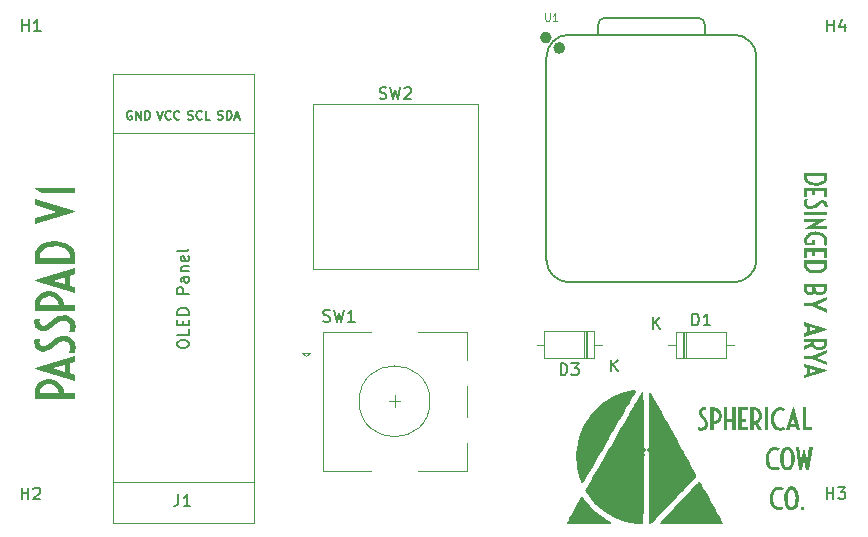
<source format=gbr>
%TF.GenerationSoftware,KiCad,Pcbnew,9.0.2*%
%TF.CreationDate,2025-06-27T15:59:54-04:00*%
%TF.ProjectId,PassPad_KiCAD,50617373-5061-4645-9f4b-694341442e6b,rev?*%
%TF.SameCoordinates,Original*%
%TF.FileFunction,Legend,Top*%
%TF.FilePolarity,Positive*%
%FSLAX46Y46*%
G04 Gerber Fmt 4.6, Leading zero omitted, Abs format (unit mm)*
G04 Created by KiCad (PCBNEW 9.0.2) date 2025-06-27 15:59:54*
%MOMM*%
%LPD*%
G01*
G04 APERTURE LIST*
%ADD10C,0.100000*%
%ADD11C,0.300000*%
%ADD12C,0.150000*%
%ADD13C,0.101600*%
%ADD14C,0.000000*%
%ADD15C,0.127000*%
%ADD16C,0.504000*%
%ADD17C,0.120000*%
%ADD18C,0.040000*%
G04 APERTURE END LIST*
D10*
G36*
X165483903Y-81056185D02*
G01*
X165483710Y-81072060D01*
X165478061Y-81141917D01*
X165464903Y-81207995D01*
X165443781Y-81272509D01*
X165415505Y-81332961D01*
X165378237Y-81392611D01*
X165334008Y-81447694D01*
X165279263Y-81501878D01*
X165217792Y-81550769D01*
X165144662Y-81597619D01*
X165065370Y-81638295D01*
X164974862Y-81674922D01*
X164879382Y-81704503D01*
X164775704Y-81727839D01*
X164668984Y-81743516D01*
X164559465Y-81751569D01*
X164449312Y-81751824D01*
X164237226Y-81729857D01*
X164046214Y-81681456D01*
X163883954Y-81611914D01*
X163752932Y-81526100D01*
X163652486Y-81427349D01*
X163580931Y-81317076D01*
X163537239Y-81194877D01*
X163525985Y-81128787D01*
X163522145Y-81058994D01*
X163774081Y-81058994D01*
X163775368Y-81089049D01*
X163783910Y-81140270D01*
X163800013Y-81188085D01*
X163825292Y-81235886D01*
X163858131Y-81279719D01*
X163902764Y-81323830D01*
X163955052Y-81363031D01*
X164021420Y-81401022D01*
X164094972Y-81432889D01*
X164181818Y-81460642D01*
X164274087Y-81481131D01*
X164373816Y-81494714D01*
X164475832Y-81500486D01*
X164675467Y-81489155D01*
X164851743Y-81451454D01*
X164993820Y-81394407D01*
X165099993Y-81324220D01*
X165173192Y-81244510D01*
X165216836Y-81155847D01*
X165228014Y-81107592D01*
X165231844Y-81056185D01*
X165231844Y-80921729D01*
X163774081Y-80921729D01*
X163774081Y-81058994D01*
X163522145Y-81058994D01*
X163522145Y-80641827D01*
X165483903Y-80641827D01*
X165483903Y-81056185D01*
G37*
G36*
X165231844Y-82717647D02*
G01*
X165483903Y-82717647D01*
X165483903Y-81919705D01*
X163522145Y-81919705D01*
X163522145Y-82717647D01*
X163774081Y-82717647D01*
X163774081Y-82199608D01*
X164215794Y-82199608D01*
X164215794Y-82563652D01*
X164467853Y-82563652D01*
X164467853Y-82199608D01*
X165231844Y-82199608D01*
X165231844Y-82717647D01*
G37*
G36*
X164064119Y-83739559D02*
G01*
X164217019Y-83724993D01*
X164360785Y-83682405D01*
X164501001Y-83611347D01*
X164646164Y-83507693D01*
X164755043Y-83415596D01*
X164834137Y-83348165D01*
X164908156Y-83292675D01*
X164978963Y-83255041D01*
X165048418Y-83241181D01*
X165090872Y-83244975D01*
X165128781Y-83255903D01*
X165190428Y-83296648D01*
X165232540Y-83360461D01*
X165251028Y-83444737D01*
X165249507Y-83493037D01*
X165240021Y-83543131D01*
X165230135Y-83574329D01*
X165482071Y-83574329D01*
X165494924Y-83507041D01*
X165499871Y-83440578D01*
X165497038Y-83375227D01*
X165486539Y-83312204D01*
X165468788Y-83252891D01*
X165443882Y-83197309D01*
X165412947Y-83147504D01*
X165375560Y-83102582D01*
X165333487Y-83064466D01*
X165285686Y-83032121D01*
X165233997Y-83006835D01*
X165177184Y-82988087D01*
X165116541Y-82976569D01*
X165051207Y-82972399D01*
X165048418Y-82972392D01*
X164933548Y-82986961D01*
X164824254Y-83030021D01*
X164709156Y-83105847D01*
X164582567Y-83213600D01*
X164472584Y-83308368D01*
X164354196Y-83391719D01*
X164289656Y-83425161D01*
X164220381Y-83451005D01*
X164145495Y-83467672D01*
X164064119Y-83473578D01*
X164002756Y-83469769D01*
X163949460Y-83458732D01*
X163905637Y-83441939D01*
X163868511Y-83419578D01*
X163813040Y-83360309D01*
X163778849Y-83279891D01*
X163766852Y-83174272D01*
X163781889Y-83040668D01*
X163818045Y-82913530D01*
X163552186Y-82913530D01*
X163528327Y-82998868D01*
X163513114Y-83081793D01*
X163506354Y-83161091D01*
X163507644Y-83237151D01*
X163516562Y-83308399D01*
X163532860Y-83375680D01*
X163555787Y-83437345D01*
X163585412Y-83494420D01*
X163620748Y-83545515D01*
X163662151Y-83591465D01*
X163708694Y-83631347D01*
X163760778Y-83665534D01*
X163817875Y-83693528D01*
X163880108Y-83715207D01*
X163947548Y-83730268D01*
X164019820Y-83738279D01*
X164064119Y-83739559D01*
G37*
G36*
X163522145Y-83990152D02*
G01*
X163522145Y-84270176D01*
X165482071Y-84270176D01*
X165482071Y-83990152D01*
X163522145Y-83990152D01*
G37*
G36*
X165482071Y-85185232D02*
G01*
X164460037Y-85185232D01*
X165482071Y-84600026D01*
X165482071Y-84549712D01*
X163522145Y-84549712D01*
X163522145Y-84829615D01*
X164544057Y-84829615D01*
X163522145Y-85414821D01*
X163522145Y-85465257D01*
X165482071Y-85465257D01*
X165482071Y-85185232D01*
G37*
G36*
X164428774Y-86819950D02*
G01*
X164428774Y-86363582D01*
X164215916Y-86363582D01*
X164215916Y-86568013D01*
X163794720Y-86568013D01*
X163775842Y-86521193D01*
X163764702Y-86471141D01*
X163761258Y-86419636D01*
X163765089Y-86360322D01*
X163776274Y-86304653D01*
X163819611Y-86202968D01*
X163890936Y-86112706D01*
X163992009Y-86034010D01*
X164124654Y-85969551D01*
X164287806Y-85924344D01*
X164474171Y-85904529D01*
X164479088Y-85904405D01*
X164574065Y-85906169D01*
X164667983Y-85915722D01*
X164758148Y-85932743D01*
X164844544Y-85957292D01*
X164921495Y-85987390D01*
X164992718Y-86024177D01*
X165052183Y-86063900D01*
X165104939Y-86109254D01*
X165146580Y-86155681D01*
X165181171Y-86206803D01*
X165206410Y-86258540D01*
X165224412Y-86314319D01*
X165236851Y-86419636D01*
X165232992Y-86480027D01*
X165221611Y-86536729D01*
X165203241Y-86589037D01*
X165178081Y-86637439D01*
X165150145Y-86677190D01*
X165362881Y-86831185D01*
X165402605Y-86769644D01*
X165435611Y-86703414D01*
X165460591Y-86635283D01*
X165478520Y-86562807D01*
X165491719Y-86419636D01*
X165487878Y-86340842D01*
X165476621Y-86266186D01*
X165433048Y-86128346D01*
X165362366Y-86004663D01*
X165264590Y-85894724D01*
X165139127Y-85799569D01*
X164985986Y-85721863D01*
X164807338Y-85665648D01*
X164609035Y-85635526D01*
X164442696Y-85632807D01*
X164338456Y-85641013D01*
X164235869Y-85657010D01*
X164138019Y-85680212D01*
X164043700Y-85710870D01*
X163957708Y-85747148D01*
X163876665Y-85790232D01*
X163805587Y-85837049D01*
X163740355Y-85889899D01*
X163685046Y-85945019D01*
X163636097Y-86005451D01*
X163596179Y-86067495D01*
X163562965Y-86134286D01*
X163537850Y-86202848D01*
X163519802Y-86275776D01*
X163506513Y-86419636D01*
X163521548Y-86552907D01*
X163567293Y-86687696D01*
X163642767Y-86815018D01*
X163646464Y-86819950D01*
X164428774Y-86819950D01*
G37*
G36*
X165231844Y-87852608D02*
G01*
X165483903Y-87852608D01*
X165483903Y-87054667D01*
X163522145Y-87054667D01*
X163522145Y-87852608D01*
X163774081Y-87852608D01*
X163774081Y-87334569D01*
X164215794Y-87334569D01*
X164215794Y-87698613D01*
X164467853Y-87698613D01*
X164467853Y-87334569D01*
X165231844Y-87334569D01*
X165231844Y-87852608D01*
G37*
G36*
X165483903Y-88490937D02*
G01*
X165483710Y-88506812D01*
X165478061Y-88576669D01*
X165464903Y-88642747D01*
X165443781Y-88707261D01*
X165415505Y-88767713D01*
X165378237Y-88827363D01*
X165334008Y-88882447D01*
X165279263Y-88936630D01*
X165217792Y-88985522D01*
X165144662Y-89032371D01*
X165065370Y-89073047D01*
X164974862Y-89109674D01*
X164879382Y-89139255D01*
X164775704Y-89162592D01*
X164668984Y-89178269D01*
X164559465Y-89186321D01*
X164449312Y-89186576D01*
X164237226Y-89164609D01*
X164046214Y-89116208D01*
X163883954Y-89046666D01*
X163752932Y-88960852D01*
X163652486Y-88862102D01*
X163580931Y-88751828D01*
X163537239Y-88629629D01*
X163525985Y-88563539D01*
X163522145Y-88493746D01*
X163774081Y-88493746D01*
X163775368Y-88523801D01*
X163783910Y-88575022D01*
X163800013Y-88622837D01*
X163825292Y-88670638D01*
X163858131Y-88714471D01*
X163902764Y-88758582D01*
X163955052Y-88797783D01*
X164021420Y-88835774D01*
X164094972Y-88867642D01*
X164181818Y-88895394D01*
X164274087Y-88915883D01*
X164373816Y-88929467D01*
X164475832Y-88935238D01*
X164675467Y-88923907D01*
X164851743Y-88886207D01*
X164993820Y-88829159D01*
X165099993Y-88758973D01*
X165173192Y-88679262D01*
X165216836Y-88590599D01*
X165228014Y-88542345D01*
X165231844Y-88490937D01*
X165231844Y-88356481D01*
X163774081Y-88356481D01*
X163774081Y-88493746D01*
X163522145Y-88493746D01*
X163522145Y-88076579D01*
X165483903Y-88076579D01*
X165483903Y-88490937D01*
G37*
G36*
X165483903Y-90333872D02*
G01*
X165469262Y-90498948D01*
X165451072Y-90575238D01*
X165426337Y-90645618D01*
X165394743Y-90711626D01*
X165357398Y-90771423D01*
X165313331Y-90826732D01*
X165264354Y-90875393D01*
X165209047Y-90918834D01*
X165149841Y-90955122D01*
X165085520Y-90985021D01*
X165018578Y-91007325D01*
X164948827Y-91022182D01*
X164877974Y-91029232D01*
X164737086Y-91020062D01*
X164604420Y-90981357D01*
X164486288Y-90915988D01*
X164386642Y-90826754D01*
X164312362Y-90909747D01*
X164263454Y-90946303D01*
X164210407Y-90975753D01*
X164151903Y-90998808D01*
X164090891Y-91014198D01*
X164027852Y-91021950D01*
X163964296Y-91021905D01*
X163842535Y-90999318D01*
X163734870Y-90949848D01*
X163646539Y-90877409D01*
X163580130Y-90784518D01*
X163555838Y-90730869D01*
X163537681Y-90671774D01*
X163526308Y-90607723D01*
X163522145Y-90538303D01*
X163522145Y-90535494D01*
X163774081Y-90535494D01*
X163778036Y-90584957D01*
X163789433Y-90628983D01*
X163807332Y-90667064D01*
X163832473Y-90701068D01*
X163862779Y-90728334D01*
X163899349Y-90749911D01*
X163939102Y-90763888D01*
X164023575Y-90768933D01*
X164100931Y-90744749D01*
X164161641Y-90696268D01*
X164201294Y-90626579D01*
X164212028Y-90583811D01*
X164215794Y-90535494D01*
X164215794Y-90333872D01*
X164467853Y-90333872D01*
X164470625Y-90394052D01*
X164480732Y-90459784D01*
X164497605Y-90519332D01*
X164521226Y-90573952D01*
X164550535Y-90622074D01*
X164586165Y-90665111D01*
X164626336Y-90701159D01*
X164671919Y-90731155D01*
X164720626Y-90753639D01*
X164772565Y-90768828D01*
X164825874Y-90776212D01*
X164932027Y-90767746D01*
X165029688Y-90730087D01*
X165112346Y-90666338D01*
X165175925Y-90578794D01*
X165199469Y-90526532D01*
X165217073Y-90468161D01*
X165228044Y-90404038D01*
X165231844Y-90333872D01*
X164467853Y-90333872D01*
X164215794Y-90333872D01*
X163774081Y-90333872D01*
X163774081Y-90535494D01*
X163522145Y-90535494D01*
X163522145Y-90053969D01*
X165483903Y-90053969D01*
X165483903Y-90333872D01*
G37*
G36*
X165483903Y-92207092D02*
G01*
X164562619Y-91837553D01*
X165483903Y-91456778D01*
X165483903Y-91168327D01*
X164218237Y-91700288D01*
X163526663Y-91700288D01*
X163526663Y-91980313D01*
X164218237Y-91980313D01*
X165483903Y-92495543D01*
X165483903Y-92207092D01*
G37*
G36*
X165482438Y-93896764D02*
G01*
X165482438Y-93947200D01*
X163522389Y-94535093D01*
X163522389Y-94252382D01*
X163780065Y-94173980D01*
X163780065Y-94095578D01*
X164032001Y-94095578D01*
X164600355Y-93921921D01*
X164032001Y-93762308D01*
X164032001Y-94095578D01*
X163780065Y-94095578D01*
X163780065Y-93689524D01*
X163522389Y-93616740D01*
X163522389Y-93333906D01*
X165482438Y-93896764D01*
G37*
G36*
X165483903Y-94982301D02*
G01*
X165479456Y-95070377D01*
X165467519Y-95147710D01*
X165448571Y-95219777D01*
X165422345Y-95288278D01*
X165389784Y-95351232D01*
X165349762Y-95410837D01*
X165304062Y-95464440D01*
X165250703Y-95514200D01*
X165192455Y-95557363D01*
X165127032Y-95595463D01*
X165057809Y-95626345D01*
X164983245Y-95650642D01*
X164906353Y-95667256D01*
X164827334Y-95676233D01*
X164747729Y-95677398D01*
X164592811Y-95656885D01*
X164450789Y-95608405D01*
X164327620Y-95535716D01*
X164226364Y-95442096D01*
X164148505Y-95329493D01*
X163524098Y-95659953D01*
X163524098Y-95357581D01*
X164070103Y-95066321D01*
X164067295Y-94982301D01*
X164319353Y-94982301D01*
X164333106Y-95101733D01*
X164351082Y-95158467D01*
X164375606Y-95209740D01*
X164407776Y-95257821D01*
X164445698Y-95299847D01*
X164491466Y-95337892D01*
X164541935Y-95369090D01*
X164599005Y-95394492D01*
X164659159Y-95412335D01*
X164722369Y-95422727D01*
X164786520Y-95425306D01*
X164910400Y-95407761D01*
X165019843Y-95363311D01*
X165108899Y-95296538D01*
X165175139Y-95210535D01*
X165217000Y-95106119D01*
X165228035Y-95046740D01*
X165231844Y-94982301D01*
X164319353Y-94982301D01*
X164067295Y-94982301D01*
X163524098Y-94982301D01*
X163524098Y-94702399D01*
X165483903Y-94702399D01*
X165483903Y-94982301D01*
G37*
G36*
X165483903Y-96687483D02*
G01*
X164562619Y-96317943D01*
X165483903Y-95937169D01*
X165483903Y-95648718D01*
X164218237Y-96180679D01*
X163526663Y-96180679D01*
X163526663Y-96460703D01*
X164218237Y-96460703D01*
X165483903Y-96975934D01*
X165483903Y-96687483D01*
G37*
G36*
X165482438Y-97398229D02*
G01*
X165482438Y-97448666D01*
X163522389Y-98036558D01*
X163522389Y-97753847D01*
X163780065Y-97675445D01*
X163780065Y-97597043D01*
X164032001Y-97597043D01*
X164600355Y-97423387D01*
X164032001Y-97263774D01*
X164032001Y-97597043D01*
X163780065Y-97597043D01*
X163780065Y-97190989D01*
X163522389Y-97118205D01*
X163522389Y-96835372D01*
X165482438Y-97398229D01*
G37*
G36*
X155370259Y-101935525D02*
G01*
X155355693Y-101782625D01*
X155313105Y-101638859D01*
X155242047Y-101498643D01*
X155138394Y-101353480D01*
X155046296Y-101244601D01*
X154978866Y-101165507D01*
X154923375Y-101091488D01*
X154885741Y-101020681D01*
X154871882Y-100951226D01*
X154875676Y-100908772D01*
X154886603Y-100870863D01*
X154927348Y-100809216D01*
X154991161Y-100767104D01*
X155075437Y-100748616D01*
X155123738Y-100750137D01*
X155173831Y-100759623D01*
X155205029Y-100769509D01*
X155205029Y-100517573D01*
X155137741Y-100504720D01*
X155071278Y-100499773D01*
X155005928Y-100502606D01*
X154942904Y-100513105D01*
X154883591Y-100530856D01*
X154828009Y-100555762D01*
X154778205Y-100586697D01*
X154733282Y-100624084D01*
X154695166Y-100666157D01*
X154662822Y-100713958D01*
X154637536Y-100765647D01*
X154618788Y-100822460D01*
X154607270Y-100883103D01*
X154603099Y-100948437D01*
X154603092Y-100951226D01*
X154617661Y-101066096D01*
X154660721Y-101175390D01*
X154736547Y-101290488D01*
X154844301Y-101417077D01*
X154939068Y-101527060D01*
X155022419Y-101645448D01*
X155055861Y-101709988D01*
X155081706Y-101779263D01*
X155098372Y-101854149D01*
X155104279Y-101935525D01*
X155100469Y-101996888D01*
X155089432Y-102050184D01*
X155072639Y-102094007D01*
X155050278Y-102131133D01*
X154991009Y-102186604D01*
X154910591Y-102220795D01*
X154804972Y-102232792D01*
X154671368Y-102217755D01*
X154544230Y-102181599D01*
X154544230Y-102447458D01*
X154629568Y-102471317D01*
X154712493Y-102486530D01*
X154791791Y-102493290D01*
X154867851Y-102492000D01*
X154939099Y-102483082D01*
X155006380Y-102466784D01*
X155068046Y-102443857D01*
X155125121Y-102414232D01*
X155176215Y-102378896D01*
X155222166Y-102337493D01*
X155262047Y-102290950D01*
X155296234Y-102238866D01*
X155324228Y-102181769D01*
X155345908Y-102119536D01*
X155360968Y-102052096D01*
X155368979Y-101979824D01*
X155370259Y-101935525D01*
G37*
G36*
X155994016Y-100528977D02*
G01*
X156067755Y-100546659D01*
X156136146Y-100571079D01*
X156201145Y-100602822D01*
X156260444Y-100640649D01*
X156316303Y-100686058D01*
X156365941Y-100736861D01*
X156411329Y-100795264D01*
X156449870Y-100858168D01*
X156482739Y-100927700D01*
X156508175Y-101000490D01*
X156526505Y-101077462D01*
X156537056Y-101156085D01*
X156534851Y-101314443D01*
X156502834Y-101465054D01*
X156444328Y-101599968D01*
X156363046Y-101714521D01*
X156261781Y-101806475D01*
X156141860Y-101874578D01*
X156075124Y-101899195D01*
X156003218Y-101917350D01*
X155926577Y-101928521D01*
X155844823Y-101932349D01*
X155844823Y-102475546D01*
X155564921Y-102475546D01*
X155564921Y-101680291D01*
X155844823Y-101680291D01*
X155964254Y-101666538D01*
X156020989Y-101648562D01*
X156072262Y-101624038D01*
X156120343Y-101591868D01*
X156162369Y-101553946D01*
X156200414Y-101508178D01*
X156231612Y-101457709D01*
X156257014Y-101400639D01*
X156274857Y-101340485D01*
X156285249Y-101277275D01*
X156287828Y-101213124D01*
X156270283Y-101089244D01*
X156225833Y-100979801D01*
X156159060Y-100890745D01*
X156073056Y-100824505D01*
X155968640Y-100782644D01*
X155909262Y-100771609D01*
X155844823Y-100767800D01*
X155844823Y-101680291D01*
X155564921Y-101680291D01*
X155564921Y-100515741D01*
X155844823Y-100515741D01*
X155994016Y-100528977D01*
G37*
G36*
X157447911Y-100515497D02*
G01*
X157447911Y-101531791D01*
X156985926Y-101531791D01*
X156985926Y-100515497D01*
X156706023Y-100515497D01*
X156706023Y-102475423D01*
X156985926Y-102475423D01*
X156985926Y-101783850D01*
X157447911Y-101783850D01*
X157447911Y-102475423D01*
X157727935Y-102475423D01*
X157727935Y-100515497D01*
X157447911Y-100515497D01*
G37*
G36*
X158748626Y-100767800D02*
G01*
X158748626Y-100515741D01*
X157950685Y-100515741D01*
X157950685Y-102477500D01*
X158748626Y-102477500D01*
X158748626Y-102225563D01*
X158230587Y-102225563D01*
X158230587Y-101783850D01*
X158594631Y-101783850D01*
X158594631Y-101531791D01*
X158230587Y-101531791D01*
X158230587Y-100767800D01*
X158748626Y-100767800D01*
G37*
G36*
X159340575Y-100520188D02*
G01*
X159417908Y-100532125D01*
X159489975Y-100551073D01*
X159558476Y-100577299D01*
X159621430Y-100609860D01*
X159681035Y-100649882D01*
X159734638Y-100695582D01*
X159784398Y-100748941D01*
X159827561Y-100807189D01*
X159865661Y-100872612D01*
X159896543Y-100941835D01*
X159920840Y-101016399D01*
X159937454Y-101093291D01*
X159946431Y-101172310D01*
X159947596Y-101251915D01*
X159927083Y-101406833D01*
X159878603Y-101548855D01*
X159805914Y-101672024D01*
X159712294Y-101773280D01*
X159599690Y-101851139D01*
X159930151Y-102475546D01*
X159627778Y-102475546D01*
X159336519Y-101929541D01*
X159252499Y-101932349D01*
X159252499Y-102475546D01*
X158972597Y-102475546D01*
X158972597Y-101680291D01*
X159252499Y-101680291D01*
X159371930Y-101666538D01*
X159428665Y-101648562D01*
X159479938Y-101624038D01*
X159528019Y-101591868D01*
X159570045Y-101553946D01*
X159608090Y-101508178D01*
X159639288Y-101457709D01*
X159664690Y-101400639D01*
X159682533Y-101340485D01*
X159692925Y-101277275D01*
X159695504Y-101213124D01*
X159677959Y-101089244D01*
X159633509Y-100979801D01*
X159566736Y-100890745D01*
X159480733Y-100824505D01*
X159376316Y-100782644D01*
X159316938Y-100771609D01*
X159252499Y-100767800D01*
X159252499Y-101680291D01*
X158972597Y-101680291D01*
X158972597Y-100515741D01*
X159252499Y-100515741D01*
X159340575Y-100520188D01*
G37*
G36*
X160198940Y-102477500D02*
G01*
X160478965Y-102477500D01*
X160478965Y-100517573D01*
X160198940Y-100517573D01*
X160198940Y-102477500D01*
G37*
G36*
X161769300Y-102134949D02*
G01*
X161719792Y-102171753D01*
X161665794Y-102201228D01*
X161612149Y-102221185D01*
X161554455Y-102233760D01*
X161489275Y-102238386D01*
X161430011Y-102234555D01*
X161374385Y-102223371D01*
X161272751Y-102180031D01*
X161182501Y-102108687D01*
X161103784Y-102007571D01*
X161039283Y-101874861D01*
X160994028Y-101711650D01*
X160974174Y-101525300D01*
X160974045Y-101520190D01*
X160975809Y-101425246D01*
X160985362Y-101331364D01*
X161002382Y-101241241D01*
X161026930Y-101154887D01*
X161057028Y-101077976D01*
X161093813Y-101006791D01*
X161133537Y-100947356D01*
X161178892Y-100894627D01*
X161225325Y-100853006D01*
X161276453Y-100818433D01*
X161328201Y-100793206D01*
X161383993Y-100775215D01*
X161489275Y-100762793D01*
X161549666Y-100766650D01*
X161606368Y-100778024D01*
X161658717Y-100796392D01*
X161707152Y-100821541D01*
X161746829Y-100849377D01*
X161900824Y-100636763D01*
X161839284Y-100597039D01*
X161773053Y-100564033D01*
X161704923Y-100539053D01*
X161632447Y-100521124D01*
X161489275Y-100507925D01*
X161410464Y-100511766D01*
X161335792Y-100523023D01*
X161197927Y-100566595D01*
X161074229Y-100637272D01*
X160964282Y-100735037D01*
X160869131Y-100860479D01*
X160791438Y-101013584D01*
X160735244Y-101192178D01*
X160705150Y-101390405D01*
X160702447Y-101556460D01*
X160710654Y-101660711D01*
X160726651Y-101763323D01*
X160749858Y-101861216D01*
X160780521Y-101955587D01*
X160816808Y-102041632D01*
X160859901Y-102122731D01*
X160906725Y-102193856D01*
X160959583Y-102259134D01*
X161014704Y-102314478D01*
X161075137Y-102363460D01*
X161137172Y-102403401D01*
X161203951Y-102436635D01*
X161272491Y-102461763D01*
X161345395Y-102479824D01*
X161489275Y-102493131D01*
X161567429Y-102489298D01*
X161641480Y-102478096D01*
X161779015Y-102434609D01*
X161903025Y-102363969D01*
X161917677Y-102353180D01*
X161769300Y-102134949D01*
G37*
G36*
X163201662Y-102477255D02*
G01*
X162918951Y-102477255D01*
X162840549Y-102219579D01*
X162356093Y-102219579D01*
X162283309Y-102477255D01*
X162000476Y-102477255D01*
X162146819Y-101967643D01*
X162428878Y-101967643D01*
X162762147Y-101967643D01*
X162588490Y-101399289D01*
X162428878Y-101967643D01*
X162146819Y-101967643D01*
X162563333Y-100517206D01*
X162613769Y-100517206D01*
X163201662Y-102477255D01*
G37*
G36*
X163676226Y-102225563D02*
G01*
X163676226Y-100517573D01*
X163396323Y-100517573D01*
X163396323Y-102477500D01*
X164194265Y-102477500D01*
X164194265Y-102225563D01*
X163676226Y-102225563D01*
G37*
G36*
X161314031Y-105494949D02*
G01*
X161264523Y-105531753D01*
X161210525Y-105561228D01*
X161156880Y-105581185D01*
X161099186Y-105593760D01*
X161034006Y-105598386D01*
X160974742Y-105594555D01*
X160919116Y-105583371D01*
X160817482Y-105540031D01*
X160727232Y-105468687D01*
X160648515Y-105367571D01*
X160584015Y-105234861D01*
X160538759Y-105071650D01*
X160518905Y-104885300D01*
X160518776Y-104880190D01*
X160520540Y-104785246D01*
X160530093Y-104691364D01*
X160547113Y-104601241D01*
X160571661Y-104514887D01*
X160601759Y-104437976D01*
X160638544Y-104366791D01*
X160678269Y-104307356D01*
X160723623Y-104254627D01*
X160770056Y-104213006D01*
X160821184Y-104178433D01*
X160872933Y-104153206D01*
X160928725Y-104135215D01*
X161034006Y-104122793D01*
X161094397Y-104126650D01*
X161151100Y-104138024D01*
X161203448Y-104156392D01*
X161251883Y-104181541D01*
X161291561Y-104209377D01*
X161445556Y-103996763D01*
X161384015Y-103957039D01*
X161317784Y-103924033D01*
X161249654Y-103899053D01*
X161177178Y-103881124D01*
X161034006Y-103867925D01*
X160955195Y-103871766D01*
X160880523Y-103883023D01*
X160742658Y-103926595D01*
X160618960Y-103997272D01*
X160509014Y-104095037D01*
X160413862Y-104220479D01*
X160336169Y-104373584D01*
X160279975Y-104552178D01*
X160249881Y-104750405D01*
X160247178Y-104916460D01*
X160255385Y-105020711D01*
X160271382Y-105123323D01*
X160294589Y-105221216D01*
X160325253Y-105315587D01*
X160361539Y-105401632D01*
X160404632Y-105482731D01*
X160451456Y-105553856D01*
X160504314Y-105619134D01*
X160559435Y-105674478D01*
X160619868Y-105723460D01*
X160681903Y-105763401D01*
X160748683Y-105796635D01*
X160817222Y-105821763D01*
X160890126Y-105839824D01*
X161034006Y-105853131D01*
X161112160Y-105849298D01*
X161186212Y-105838096D01*
X161323746Y-105794609D01*
X161447756Y-105723969D01*
X161462408Y-105713180D01*
X161314031Y-105494949D01*
G37*
G36*
X162196712Y-103856558D02*
G01*
X162254895Y-103872222D01*
X162311050Y-103895405D01*
X162365114Y-103926310D01*
X162416493Y-103964879D01*
X162465617Y-104011956D01*
X162511302Y-104067024D01*
X162554098Y-104131612D01*
X162592593Y-104204630D01*
X162627163Y-104288132D01*
X162656468Y-104380552D01*
X162680567Y-104484203D01*
X162698364Y-104597252D01*
X162709584Y-104722018D01*
X162713420Y-104856620D01*
X162702047Y-105082754D01*
X162664418Y-105300557D01*
X162605028Y-105478953D01*
X162528101Y-105620603D01*
X162437020Y-105728329D01*
X162386949Y-105770254D01*
X162334093Y-105804559D01*
X162278438Y-105831416D01*
X162220621Y-105850636D01*
X162159808Y-105862406D01*
X162097440Y-105866320D01*
X162004025Y-105857503D01*
X161889987Y-105819769D01*
X161836244Y-105789510D01*
X161785271Y-105751646D01*
X161736499Y-105705225D01*
X161691208Y-105650837D01*
X161648669Y-105586705D01*
X161610446Y-105514102D01*
X161576000Y-105430593D01*
X161546822Y-105338043D01*
X161522740Y-105233661D01*
X161504967Y-105119665D01*
X161493725Y-104993212D01*
X161489886Y-104856620D01*
X161769910Y-104856620D01*
X161770206Y-104894728D01*
X161775878Y-105021588D01*
X161788216Y-105134554D01*
X161806105Y-105232330D01*
X161829035Y-105317611D01*
X161855614Y-105389187D01*
X161885712Y-105449691D01*
X161917814Y-105498373D01*
X161952072Y-105537305D01*
X161987327Y-105566467D01*
X162023547Y-105586903D01*
X162060573Y-105599057D01*
X162097440Y-105603026D01*
X162105352Y-105602850D01*
X162142639Y-105597281D01*
X162180046Y-105583626D01*
X162217498Y-105561162D01*
X162253867Y-105529648D01*
X162289305Y-105487677D01*
X162322328Y-105435457D01*
X162352879Y-105371143D01*
X162379542Y-105295305D01*
X162401941Y-105206005D01*
X162418886Y-105103923D01*
X162429735Y-104987262D01*
X162433518Y-104856620D01*
X162433136Y-104814385D01*
X162427138Y-104690042D01*
X162414443Y-104579105D01*
X162396047Y-104482177D01*
X162372572Y-104397502D01*
X162345225Y-104325736D01*
X162314362Y-104265023D01*
X162281331Y-104215803D01*
X162246240Y-104176457D01*
X162210268Y-104146964D01*
X162173561Y-104126335D01*
X162136641Y-104114183D01*
X162100249Y-104110214D01*
X162092857Y-104110385D01*
X162056739Y-104116058D01*
X162020057Y-104130034D01*
X161982944Y-104153088D01*
X161946645Y-104185462D01*
X161911332Y-104228285D01*
X161878322Y-104281529D01*
X161848022Y-104346413D01*
X161821596Y-104422797D01*
X161799669Y-104511783D01*
X161783225Y-104613289D01*
X161773017Y-104728213D01*
X161769910Y-104856620D01*
X161489886Y-104856620D01*
X161500834Y-104632599D01*
X161537917Y-104413228D01*
X161596624Y-104234119D01*
X161672693Y-104092330D01*
X161762772Y-103984751D01*
X161812316Y-103942934D01*
X161864682Y-103908712D01*
X161919899Y-103881912D01*
X161977348Y-103862727D01*
X162037965Y-103850957D01*
X162100249Y-103847042D01*
X162196712Y-103856558D01*
G37*
G36*
X163509774Y-104994740D02*
G01*
X163322196Y-105837500D01*
X163098225Y-105837500D01*
X162795730Y-103877573D01*
X163078563Y-103877573D01*
X163246602Y-104958347D01*
X163509774Y-103958784D01*
X163772946Y-104958347D01*
X163940985Y-103877573D01*
X164223696Y-103877573D01*
X163921323Y-105837500D01*
X163697353Y-105837500D01*
X163509774Y-104994740D01*
G37*
G36*
X161663787Y-108854949D02*
G01*
X161614279Y-108891753D01*
X161560281Y-108921228D01*
X161506636Y-108941185D01*
X161448942Y-108953760D01*
X161383762Y-108958386D01*
X161324498Y-108954555D01*
X161268872Y-108943371D01*
X161167238Y-108900031D01*
X161076988Y-108828687D01*
X160998271Y-108727571D01*
X160933771Y-108594861D01*
X160888515Y-108431650D01*
X160868661Y-108245300D01*
X160868532Y-108240190D01*
X160870296Y-108145246D01*
X160879849Y-108051364D01*
X160896869Y-107961241D01*
X160921417Y-107874887D01*
X160951515Y-107797976D01*
X160988300Y-107726791D01*
X161028025Y-107667356D01*
X161073379Y-107614627D01*
X161119812Y-107573006D01*
X161170940Y-107538433D01*
X161222689Y-107513206D01*
X161278481Y-107495215D01*
X161383762Y-107482793D01*
X161444153Y-107486650D01*
X161500856Y-107498024D01*
X161553204Y-107516392D01*
X161601639Y-107541541D01*
X161641317Y-107569377D01*
X161795312Y-107356763D01*
X161733771Y-107317039D01*
X161667540Y-107284033D01*
X161599410Y-107259053D01*
X161526934Y-107241124D01*
X161383762Y-107227925D01*
X161304951Y-107231766D01*
X161230279Y-107243023D01*
X161092414Y-107286595D01*
X160968716Y-107357272D01*
X160858770Y-107455037D01*
X160763618Y-107580479D01*
X160685925Y-107733584D01*
X160629731Y-107912178D01*
X160599637Y-108110405D01*
X160596934Y-108276460D01*
X160605141Y-108380711D01*
X160621138Y-108483323D01*
X160644345Y-108581216D01*
X160675009Y-108675587D01*
X160711295Y-108761632D01*
X160754388Y-108842731D01*
X160801212Y-108913856D01*
X160854070Y-108979134D01*
X160909191Y-109034478D01*
X160969624Y-109083460D01*
X161031659Y-109123401D01*
X161098439Y-109156635D01*
X161166978Y-109181763D01*
X161239882Y-109199824D01*
X161383762Y-109213131D01*
X161461916Y-109209298D01*
X161535968Y-109198096D01*
X161673502Y-109154609D01*
X161797512Y-109083969D01*
X161812164Y-109073180D01*
X161663787Y-108854949D01*
G37*
G36*
X162546468Y-107216558D02*
G01*
X162604651Y-107232222D01*
X162660806Y-107255405D01*
X162714870Y-107286310D01*
X162766249Y-107324879D01*
X162815373Y-107371956D01*
X162861058Y-107427024D01*
X162903854Y-107491612D01*
X162942349Y-107564630D01*
X162976919Y-107648132D01*
X163006224Y-107740552D01*
X163030323Y-107844203D01*
X163048120Y-107957252D01*
X163059340Y-108082018D01*
X163063176Y-108216620D01*
X163051803Y-108442754D01*
X163014174Y-108660557D01*
X162954784Y-108838953D01*
X162877857Y-108980603D01*
X162786776Y-109088329D01*
X162736705Y-109130254D01*
X162683849Y-109164559D01*
X162628194Y-109191416D01*
X162570377Y-109210636D01*
X162509564Y-109222406D01*
X162447196Y-109226320D01*
X162353781Y-109217503D01*
X162239743Y-109179769D01*
X162186000Y-109149510D01*
X162135027Y-109111646D01*
X162086255Y-109065225D01*
X162040964Y-109010837D01*
X161998425Y-108946705D01*
X161960202Y-108874102D01*
X161925756Y-108790593D01*
X161896578Y-108698043D01*
X161872496Y-108593661D01*
X161854723Y-108479665D01*
X161843481Y-108353212D01*
X161839642Y-108216620D01*
X162119666Y-108216620D01*
X162119962Y-108254728D01*
X162125634Y-108381588D01*
X162137972Y-108494554D01*
X162155861Y-108592330D01*
X162178791Y-108677611D01*
X162205370Y-108749187D01*
X162235468Y-108809691D01*
X162267570Y-108858373D01*
X162301828Y-108897305D01*
X162337083Y-108926467D01*
X162373303Y-108946903D01*
X162410329Y-108959057D01*
X162447196Y-108963026D01*
X162455108Y-108962850D01*
X162492395Y-108957281D01*
X162529802Y-108943626D01*
X162567254Y-108921162D01*
X162603623Y-108889648D01*
X162639061Y-108847677D01*
X162672084Y-108795457D01*
X162702635Y-108731143D01*
X162729298Y-108655305D01*
X162751697Y-108566005D01*
X162768642Y-108463923D01*
X162779491Y-108347262D01*
X162783274Y-108216620D01*
X162782892Y-108174385D01*
X162776894Y-108050042D01*
X162764199Y-107939105D01*
X162745803Y-107842177D01*
X162722328Y-107757502D01*
X162694981Y-107685736D01*
X162664118Y-107625023D01*
X162631087Y-107575803D01*
X162595996Y-107536457D01*
X162560024Y-107506964D01*
X162523317Y-107486335D01*
X162486397Y-107474183D01*
X162450005Y-107470214D01*
X162442613Y-107470385D01*
X162406495Y-107476058D01*
X162369813Y-107490034D01*
X162332700Y-107513088D01*
X162296401Y-107545462D01*
X162261088Y-107588285D01*
X162228078Y-107641529D01*
X162197778Y-107706413D01*
X162171352Y-107782797D01*
X162149425Y-107871783D01*
X162132981Y-107973289D01*
X162122773Y-108088213D01*
X162119666Y-108216620D01*
X161839642Y-108216620D01*
X161850590Y-107992599D01*
X161887673Y-107773228D01*
X161946380Y-107594119D01*
X162022449Y-107452330D01*
X162112528Y-107344751D01*
X162162072Y-107302934D01*
X162214438Y-107268712D01*
X162269655Y-107241912D01*
X162327104Y-107222727D01*
X162387721Y-107210957D01*
X162450005Y-107207042D01*
X162546468Y-107216558D01*
G37*
G36*
X163230238Y-108931519D02*
G01*
X163230238Y-109197500D01*
X163496219Y-109197500D01*
X163496219Y-108931519D01*
X163230238Y-108931519D01*
G37*
G36*
X99763402Y-98119147D02*
G01*
X100026972Y-98175177D01*
X100263070Y-98277563D01*
X100463539Y-98419806D01*
X100624457Y-98597019D01*
X100743638Y-98806882D01*
X100786717Y-98923670D01*
X100818489Y-99049505D01*
X100838037Y-99183626D01*
X100844738Y-99326696D01*
X101795331Y-99326696D01*
X101795331Y-99816525D01*
X98365673Y-99816525D01*
X98365673Y-99326696D01*
X98806776Y-99326696D01*
X100403635Y-99326696D01*
X100379568Y-99117692D01*
X100348110Y-99018406D01*
X100305193Y-98928679D01*
X100248896Y-98844536D01*
X100182533Y-98770991D01*
X100102438Y-98704412D01*
X100014117Y-98649816D01*
X99914245Y-98605362D01*
X99808975Y-98574137D01*
X99698357Y-98555951D01*
X99586094Y-98551438D01*
X99369304Y-98582142D01*
X99177778Y-98659929D01*
X99021929Y-98776781D01*
X98906010Y-98927288D01*
X98832753Y-99110016D01*
X98813442Y-99213928D01*
X98806776Y-99326696D01*
X98365673Y-99326696D01*
X98388836Y-99065608D01*
X98419780Y-98936565D01*
X98462514Y-98816882D01*
X98518065Y-98703132D01*
X98584263Y-98599360D01*
X98663729Y-98501606D01*
X98752634Y-98414741D01*
X98854838Y-98335310D01*
X98964920Y-98267864D01*
X99086601Y-98210343D01*
X99213984Y-98165830D01*
X99348685Y-98133752D01*
X99486275Y-98115289D01*
X99763402Y-98119147D01*
G37*
G36*
X101798323Y-96651229D02*
G01*
X101347390Y-96788433D01*
X101347390Y-97636230D01*
X101798323Y-97763603D01*
X101798323Y-98258561D01*
X98368238Y-97273560D01*
X98368238Y-97229535D01*
X99911883Y-97229535D01*
X100906501Y-97508858D01*
X100906501Y-96925636D01*
X99911883Y-97229535D01*
X98368238Y-97229535D01*
X98368238Y-97185297D01*
X101798323Y-96156485D01*
X101798323Y-96651229D01*
G37*
G36*
X100850294Y-94467301D02*
G01*
X100582719Y-94492792D01*
X100331129Y-94567321D01*
X100085751Y-94691672D01*
X99831717Y-94873066D01*
X99641178Y-95034237D01*
X99502764Y-95152240D01*
X99373230Y-95249349D01*
X99249318Y-95315208D01*
X99127772Y-95339462D01*
X99053478Y-95332822D01*
X98987137Y-95313700D01*
X98879254Y-95242396D01*
X98805559Y-95130723D01*
X98773204Y-94983240D01*
X98775866Y-94898714D01*
X98792466Y-94811051D01*
X98809768Y-94756454D01*
X98368879Y-94756454D01*
X98346386Y-94874209D01*
X98337729Y-94990518D01*
X98342688Y-95104882D01*
X98361060Y-95215173D01*
X98392125Y-95318971D01*
X98435711Y-95416239D01*
X98489845Y-95503397D01*
X98555273Y-95582011D01*
X98628901Y-95648714D01*
X98712553Y-95705317D01*
X98803009Y-95749568D01*
X98902432Y-95782377D01*
X99008556Y-95802533D01*
X99122892Y-95809832D01*
X99127772Y-95809843D01*
X99328794Y-95784348D01*
X99520059Y-95708993D01*
X99721480Y-95576298D01*
X99943011Y-95387729D01*
X100135481Y-95221886D01*
X100342661Y-95076021D01*
X100455606Y-95017498D01*
X100576836Y-94972270D01*
X100707887Y-94943104D01*
X100850294Y-94932767D01*
X100957680Y-94939434D01*
X101050948Y-94958749D01*
X101127638Y-94988137D01*
X101192609Y-95027268D01*
X101289684Y-95130989D01*
X101349517Y-95271720D01*
X101370512Y-95456554D01*
X101344197Y-95690361D01*
X101280925Y-95912853D01*
X101746177Y-95912853D01*
X101787931Y-95763511D01*
X101814554Y-95618392D01*
X101826383Y-95479621D01*
X101824126Y-95346515D01*
X101808521Y-95221832D01*
X101779998Y-95104089D01*
X101739876Y-94996175D01*
X101688033Y-94896294D01*
X101626194Y-94806879D01*
X101553740Y-94726465D01*
X101472289Y-94656672D01*
X101381142Y-94596845D01*
X101281223Y-94547855D01*
X101172314Y-94509917D01*
X101054294Y-94483561D01*
X100927818Y-94469541D01*
X100850294Y-94467301D01*
G37*
G36*
X100850294Y-92730246D02*
G01*
X100582719Y-92755737D01*
X100331129Y-92830266D01*
X100085751Y-92954617D01*
X99831717Y-93136011D01*
X99641178Y-93297182D01*
X99502764Y-93415185D01*
X99373230Y-93512294D01*
X99249318Y-93578153D01*
X99127772Y-93602407D01*
X99053478Y-93595767D01*
X98987137Y-93576645D01*
X98879254Y-93505341D01*
X98805559Y-93393668D01*
X98773204Y-93246185D01*
X98775866Y-93161659D01*
X98792466Y-93073996D01*
X98809768Y-93019399D01*
X98368879Y-93019399D01*
X98346386Y-93137153D01*
X98337729Y-93253463D01*
X98342688Y-93367827D01*
X98361060Y-93478118D01*
X98392125Y-93581916D01*
X98435711Y-93679184D01*
X98489845Y-93766342D01*
X98555273Y-93844956D01*
X98628901Y-93911659D01*
X98712553Y-93968262D01*
X98803009Y-94012513D01*
X98902432Y-94045322D01*
X99008556Y-94065478D01*
X99122892Y-94072777D01*
X99127772Y-94072788D01*
X99328794Y-94047293D01*
X99520059Y-93971938D01*
X99721480Y-93839243D01*
X99943011Y-93650674D01*
X100135481Y-93484831D01*
X100342661Y-93338966D01*
X100455606Y-93280443D01*
X100576836Y-93235215D01*
X100707887Y-93206049D01*
X100850294Y-93195712D01*
X100957680Y-93202379D01*
X101050948Y-93221693D01*
X101127638Y-93251082D01*
X101192609Y-93290213D01*
X101289684Y-93393934D01*
X101349517Y-93534665D01*
X101370512Y-93719499D01*
X101344197Y-93953306D01*
X101280925Y-94175798D01*
X101746177Y-94175798D01*
X101787931Y-94026456D01*
X101814554Y-93881337D01*
X101826383Y-93742566D01*
X101824126Y-93609460D01*
X101808521Y-93484777D01*
X101779998Y-93367034D01*
X101739876Y-93259120D01*
X101688033Y-93159239D01*
X101626194Y-93069824D01*
X101553740Y-92989410D01*
X101472289Y-92919617D01*
X101381142Y-92859790D01*
X101281223Y-92810800D01*
X101172314Y-92772862D01*
X101054294Y-92746506D01*
X100927818Y-92732486D01*
X100850294Y-92730246D01*
G37*
G36*
X99763402Y-90692210D02*
G01*
X100026972Y-90748240D01*
X100263070Y-90850626D01*
X100463539Y-90992870D01*
X100624457Y-91170083D01*
X100743638Y-91379946D01*
X100786717Y-91496734D01*
X100818489Y-91622568D01*
X100838037Y-91756690D01*
X100844738Y-91899760D01*
X101795331Y-91899760D01*
X101795331Y-92389589D01*
X98365673Y-92389589D01*
X98365673Y-91899760D01*
X98806776Y-91899760D01*
X100403635Y-91899760D01*
X100379568Y-91690755D01*
X100348110Y-91591469D01*
X100305193Y-91501742D01*
X100248896Y-91417600D01*
X100182533Y-91344055D01*
X100102438Y-91277475D01*
X100014117Y-91222879D01*
X99914245Y-91178426D01*
X99808975Y-91147200D01*
X99698357Y-91129014D01*
X99586094Y-91124501D01*
X99369304Y-91155205D01*
X99177778Y-91232993D01*
X99021929Y-91349845D01*
X98906010Y-91500351D01*
X98832753Y-91683080D01*
X98813442Y-91786992D01*
X98806776Y-91899760D01*
X98365673Y-91899760D01*
X98388836Y-91638671D01*
X98419780Y-91509629D01*
X98462514Y-91389945D01*
X98518065Y-91276196D01*
X98584263Y-91172423D01*
X98663729Y-91074670D01*
X98752634Y-90987804D01*
X98854838Y-90908374D01*
X98964920Y-90840928D01*
X99086601Y-90783407D01*
X99213984Y-90738893D01*
X99348685Y-90706816D01*
X99486275Y-90688352D01*
X99763402Y-90692210D01*
G37*
G36*
X101798323Y-89224293D02*
G01*
X101347390Y-89361496D01*
X101347390Y-90209294D01*
X101798323Y-90336666D01*
X101798323Y-90831625D01*
X98368238Y-89846624D01*
X98368238Y-89802599D01*
X99911883Y-89802599D01*
X100906501Y-90081921D01*
X100906501Y-89498700D01*
X99911883Y-89802599D01*
X98368238Y-89802599D01*
X98368238Y-89758360D01*
X101798323Y-88729549D01*
X101798323Y-89224293D01*
G37*
G36*
X100547358Y-86484838D02*
G01*
X100881629Y-86569540D01*
X101165584Y-86691238D01*
X101394873Y-86841413D01*
X101570652Y-87014227D01*
X101695874Y-87207204D01*
X101772335Y-87421053D01*
X101792029Y-87536711D01*
X101798751Y-87658849D01*
X101798751Y-88388891D01*
X98365673Y-88388891D01*
X98365673Y-87663764D01*
X98806776Y-87663764D01*
X98806776Y-87899062D01*
X101357862Y-87899062D01*
X101357862Y-87658849D01*
X101355609Y-87606253D01*
X101340661Y-87516616D01*
X101312480Y-87432940D01*
X101268242Y-87349288D01*
X101210773Y-87272580D01*
X101132667Y-87195386D01*
X101041162Y-87126784D01*
X100925018Y-87060299D01*
X100796303Y-87004531D01*
X100644321Y-86955965D01*
X100482851Y-86920109D01*
X100308325Y-86896338D01*
X100129798Y-86886237D01*
X99780437Y-86906067D01*
X99471954Y-86972043D01*
X99223318Y-87071876D01*
X99037515Y-87194702D01*
X98909418Y-87334195D01*
X98833041Y-87489356D01*
X98813478Y-87573801D01*
X98806776Y-87663764D01*
X98365673Y-87663764D01*
X98366011Y-87635982D01*
X98375897Y-87513734D01*
X98398923Y-87398097D01*
X98435886Y-87285197D01*
X98485369Y-87179406D01*
X98550589Y-87075019D01*
X98627990Y-86978623D01*
X98723793Y-86883801D01*
X98831367Y-86798241D01*
X98959344Y-86716255D01*
X99098105Y-86645071D01*
X99256496Y-86580975D01*
X99423585Y-86529207D01*
X99605021Y-86488369D01*
X99791782Y-86460934D01*
X99983440Y-86446842D01*
X100176207Y-86446396D01*
X100547358Y-86484838D01*
G37*
G36*
X101798751Y-83904348D02*
G01*
X98368879Y-82875536D01*
X98368879Y-83370280D01*
X100255319Y-83948586D01*
X98368879Y-84482654D01*
X98368879Y-84977612D01*
X101798751Y-83992611D01*
X101798751Y-83904348D01*
G37*
G36*
X101798751Y-82388058D02*
G01*
X101798751Y-81922378D01*
X98368879Y-81922378D01*
X98368879Y-82010642D01*
X98966633Y-82388058D01*
X101798751Y-82388058D01*
G37*
D11*
X148697322Y-104024757D02*
X148554465Y-103953328D01*
X148554465Y-103953328D02*
X148340179Y-103953328D01*
X148340179Y-103953328D02*
X148125893Y-104024757D01*
X148125893Y-104024757D02*
X147983036Y-104167614D01*
X147983036Y-104167614D02*
X147911607Y-104310471D01*
X147911607Y-104310471D02*
X147840179Y-104596185D01*
X147840179Y-104596185D02*
X147840179Y-104810471D01*
X147840179Y-104810471D02*
X147911607Y-105096185D01*
X147911607Y-105096185D02*
X147983036Y-105239042D01*
X147983036Y-105239042D02*
X148125893Y-105381900D01*
X148125893Y-105381900D02*
X148340179Y-105453328D01*
X148340179Y-105453328D02*
X148483036Y-105453328D01*
X148483036Y-105453328D02*
X148697322Y-105381900D01*
X148697322Y-105381900D02*
X148768750Y-105310471D01*
X148768750Y-105310471D02*
X148768750Y-104810471D01*
X148768750Y-104810471D02*
X148483036Y-104810471D01*
X149625893Y-103953328D02*
X149625893Y-104310471D01*
X149268750Y-104167614D02*
X149625893Y-104310471D01*
X149625893Y-104310471D02*
X149983036Y-104167614D01*
X149411607Y-104596185D02*
X149625893Y-104310471D01*
X149625893Y-104310471D02*
X149840179Y-104596185D01*
X150768750Y-103953328D02*
X150768750Y-104310471D01*
X150411607Y-104167614D02*
X150768750Y-104310471D01*
X150768750Y-104310471D02*
X151125893Y-104167614D01*
X150554464Y-104596185D02*
X150768750Y-104310471D01*
X150768750Y-104310471D02*
X150983036Y-104596185D01*
X151911607Y-103953328D02*
X151911607Y-104310471D01*
X151554464Y-104167614D02*
X151911607Y-104310471D01*
X151911607Y-104310471D02*
X152268750Y-104167614D01*
X151697321Y-104596185D02*
X151911607Y-104310471D01*
X151911607Y-104310471D02*
X152125893Y-104596185D01*
D12*
X165479646Y-68694287D02*
X165479646Y-67694287D01*
X165479646Y-68170477D02*
X166051074Y-68170477D01*
X166051074Y-68694287D02*
X166051074Y-67694287D01*
X166955836Y-68027620D02*
X166955836Y-68694287D01*
X166717741Y-67646668D02*
X166479646Y-68360953D01*
X166479646Y-68360953D02*
X167098693Y-68360953D01*
X165424954Y-108280593D02*
X165424954Y-107280593D01*
X165424954Y-107756783D02*
X165996382Y-107756783D01*
X165996382Y-108280593D02*
X165996382Y-107280593D01*
X166377335Y-107280593D02*
X166996382Y-107280593D01*
X166996382Y-107280593D02*
X166663049Y-107661545D01*
X166663049Y-107661545D02*
X166805906Y-107661545D01*
X166805906Y-107661545D02*
X166901144Y-107709164D01*
X166901144Y-107709164D02*
X166948763Y-107756783D01*
X166948763Y-107756783D02*
X166996382Y-107852021D01*
X166996382Y-107852021D02*
X166996382Y-108090116D01*
X166996382Y-108090116D02*
X166948763Y-108185354D01*
X166948763Y-108185354D02*
X166901144Y-108232974D01*
X166901144Y-108232974D02*
X166805906Y-108280593D01*
X166805906Y-108280593D02*
X166520192Y-108280593D01*
X166520192Y-108280593D02*
X166424954Y-108232974D01*
X166424954Y-108232974D02*
X166377335Y-108185354D01*
X97255744Y-108312027D02*
X97255744Y-107312027D01*
X97255744Y-107788217D02*
X97827172Y-107788217D01*
X97827172Y-108312027D02*
X97827172Y-107312027D01*
X98255744Y-107407265D02*
X98303363Y-107359646D01*
X98303363Y-107359646D02*
X98398601Y-107312027D01*
X98398601Y-107312027D02*
X98636696Y-107312027D01*
X98636696Y-107312027D02*
X98731934Y-107359646D01*
X98731934Y-107359646D02*
X98779553Y-107407265D01*
X98779553Y-107407265D02*
X98827172Y-107502503D01*
X98827172Y-107502503D02*
X98827172Y-107597741D01*
X98827172Y-107597741D02*
X98779553Y-107740598D01*
X98779553Y-107740598D02*
X98208125Y-108312027D01*
X98208125Y-108312027D02*
X98827172Y-108312027D01*
X97294929Y-68663371D02*
X97294929Y-67663371D01*
X97294929Y-68139561D02*
X97866357Y-68139561D01*
X97866357Y-68663371D02*
X97866357Y-67663371D01*
X98866357Y-68663371D02*
X98294929Y-68663371D01*
X98580643Y-68663371D02*
X98580643Y-67663371D01*
X98580643Y-67663371D02*
X98485405Y-67806228D01*
X98485405Y-67806228D02*
X98390167Y-67901466D01*
X98390167Y-67901466D02*
X98294929Y-67949085D01*
D13*
X141605276Y-67167829D02*
X141605276Y-67681876D01*
X141605276Y-67681876D02*
X141635514Y-67742352D01*
X141635514Y-67742352D02*
X141665752Y-67772591D01*
X141665752Y-67772591D02*
X141726228Y-67802829D01*
X141726228Y-67802829D02*
X141847181Y-67802829D01*
X141847181Y-67802829D02*
X141907657Y-67772591D01*
X141907657Y-67772591D02*
X141937895Y-67742352D01*
X141937895Y-67742352D02*
X141968133Y-67681876D01*
X141968133Y-67681876D02*
X141968133Y-67167829D01*
X142603133Y-67802829D02*
X142240276Y-67802829D01*
X142421704Y-67802829D02*
X142421704Y-67167829D01*
X142421704Y-67167829D02*
X142361228Y-67258543D01*
X142361228Y-67258543D02*
X142300752Y-67319019D01*
X142300752Y-67319019D02*
X142240276Y-67349257D01*
D12*
X127570117Y-74354228D02*
X127712974Y-74401847D01*
X127712974Y-74401847D02*
X127951069Y-74401847D01*
X127951069Y-74401847D02*
X128046307Y-74354228D01*
X128046307Y-74354228D02*
X128093926Y-74306608D01*
X128093926Y-74306608D02*
X128141545Y-74211370D01*
X128141545Y-74211370D02*
X128141545Y-74116132D01*
X128141545Y-74116132D02*
X128093926Y-74020894D01*
X128093926Y-74020894D02*
X128046307Y-73973275D01*
X128046307Y-73973275D02*
X127951069Y-73925656D01*
X127951069Y-73925656D02*
X127760593Y-73878037D01*
X127760593Y-73878037D02*
X127665355Y-73830418D01*
X127665355Y-73830418D02*
X127617736Y-73782799D01*
X127617736Y-73782799D02*
X127570117Y-73687561D01*
X127570117Y-73687561D02*
X127570117Y-73592323D01*
X127570117Y-73592323D02*
X127617736Y-73497085D01*
X127617736Y-73497085D02*
X127665355Y-73449466D01*
X127665355Y-73449466D02*
X127760593Y-73401847D01*
X127760593Y-73401847D02*
X127998688Y-73401847D01*
X127998688Y-73401847D02*
X128141545Y-73449466D01*
X128474879Y-73401847D02*
X128712974Y-74401847D01*
X128712974Y-74401847D02*
X128903450Y-73687561D01*
X128903450Y-73687561D02*
X129093926Y-74401847D01*
X129093926Y-74401847D02*
X129332022Y-73401847D01*
X129665355Y-73497085D02*
X129712974Y-73449466D01*
X129712974Y-73449466D02*
X129808212Y-73401847D01*
X129808212Y-73401847D02*
X130046307Y-73401847D01*
X130046307Y-73401847D02*
X130141545Y-73449466D01*
X130141545Y-73449466D02*
X130189164Y-73497085D01*
X130189164Y-73497085D02*
X130236783Y-73592323D01*
X130236783Y-73592323D02*
X130236783Y-73687561D01*
X130236783Y-73687561D02*
X130189164Y-73830418D01*
X130189164Y-73830418D02*
X129617736Y-74401847D01*
X129617736Y-74401847D02*
X130236783Y-74401847D01*
X122804167Y-93219700D02*
X122947024Y-93267319D01*
X122947024Y-93267319D02*
X123185119Y-93267319D01*
X123185119Y-93267319D02*
X123280357Y-93219700D01*
X123280357Y-93219700D02*
X123327976Y-93172080D01*
X123327976Y-93172080D02*
X123375595Y-93076842D01*
X123375595Y-93076842D02*
X123375595Y-92981604D01*
X123375595Y-92981604D02*
X123327976Y-92886366D01*
X123327976Y-92886366D02*
X123280357Y-92838747D01*
X123280357Y-92838747D02*
X123185119Y-92791128D01*
X123185119Y-92791128D02*
X122994643Y-92743509D01*
X122994643Y-92743509D02*
X122899405Y-92695890D01*
X122899405Y-92695890D02*
X122851786Y-92648271D01*
X122851786Y-92648271D02*
X122804167Y-92553033D01*
X122804167Y-92553033D02*
X122804167Y-92457795D01*
X122804167Y-92457795D02*
X122851786Y-92362557D01*
X122851786Y-92362557D02*
X122899405Y-92314938D01*
X122899405Y-92314938D02*
X122994643Y-92267319D01*
X122994643Y-92267319D02*
X123232738Y-92267319D01*
X123232738Y-92267319D02*
X123375595Y-92314938D01*
X123708929Y-92267319D02*
X123947024Y-93267319D01*
X123947024Y-93267319D02*
X124137500Y-92553033D01*
X124137500Y-92553033D02*
X124327976Y-93267319D01*
X124327976Y-93267319D02*
X124566072Y-92267319D01*
X125470833Y-93267319D02*
X124899405Y-93267319D01*
X125185119Y-93267319D02*
X125185119Y-92267319D01*
X125185119Y-92267319D02*
X125089881Y-92410176D01*
X125089881Y-92410176D02*
X124994643Y-92505414D01*
X124994643Y-92505414D02*
X124899405Y-92553033D01*
X110542916Y-107873569D02*
X110542916Y-108587854D01*
X110542916Y-108587854D02*
X110495297Y-108730711D01*
X110495297Y-108730711D02*
X110400059Y-108825950D01*
X110400059Y-108825950D02*
X110257202Y-108873569D01*
X110257202Y-108873569D02*
X110161964Y-108873569D01*
X111542916Y-108873569D02*
X110971488Y-108873569D01*
X111257202Y-108873569D02*
X111257202Y-107873569D01*
X111257202Y-107873569D02*
X111161964Y-108016426D01*
X111161964Y-108016426D02*
X111066726Y-108111664D01*
X111066726Y-108111664D02*
X110971488Y-108159283D01*
X110421069Y-95247321D02*
X110421069Y-95056845D01*
X110421069Y-95056845D02*
X110468688Y-94961607D01*
X110468688Y-94961607D02*
X110563926Y-94866369D01*
X110563926Y-94866369D02*
X110754402Y-94818750D01*
X110754402Y-94818750D02*
X111087735Y-94818750D01*
X111087735Y-94818750D02*
X111278211Y-94866369D01*
X111278211Y-94866369D02*
X111373450Y-94961607D01*
X111373450Y-94961607D02*
X111421069Y-95056845D01*
X111421069Y-95056845D02*
X111421069Y-95247321D01*
X111421069Y-95247321D02*
X111373450Y-95342559D01*
X111373450Y-95342559D02*
X111278211Y-95437797D01*
X111278211Y-95437797D02*
X111087735Y-95485416D01*
X111087735Y-95485416D02*
X110754402Y-95485416D01*
X110754402Y-95485416D02*
X110563926Y-95437797D01*
X110563926Y-95437797D02*
X110468688Y-95342559D01*
X110468688Y-95342559D02*
X110421069Y-95247321D01*
X111421069Y-93913988D02*
X111421069Y-94390178D01*
X111421069Y-94390178D02*
X110421069Y-94390178D01*
X110897259Y-93580654D02*
X110897259Y-93247321D01*
X111421069Y-93104464D02*
X111421069Y-93580654D01*
X111421069Y-93580654D02*
X110421069Y-93580654D01*
X110421069Y-93580654D02*
X110421069Y-93104464D01*
X111421069Y-92675892D02*
X110421069Y-92675892D01*
X110421069Y-92675892D02*
X110421069Y-92437797D01*
X110421069Y-92437797D02*
X110468688Y-92294940D01*
X110468688Y-92294940D02*
X110563926Y-92199702D01*
X110563926Y-92199702D02*
X110659164Y-92152083D01*
X110659164Y-92152083D02*
X110849640Y-92104464D01*
X110849640Y-92104464D02*
X110992497Y-92104464D01*
X110992497Y-92104464D02*
X111182973Y-92152083D01*
X111182973Y-92152083D02*
X111278211Y-92199702D01*
X111278211Y-92199702D02*
X111373450Y-92294940D01*
X111373450Y-92294940D02*
X111421069Y-92437797D01*
X111421069Y-92437797D02*
X111421069Y-92675892D01*
X111421069Y-90913987D02*
X110421069Y-90913987D01*
X110421069Y-90913987D02*
X110421069Y-90533035D01*
X110421069Y-90533035D02*
X110468688Y-90437797D01*
X110468688Y-90437797D02*
X110516307Y-90390178D01*
X110516307Y-90390178D02*
X110611545Y-90342559D01*
X110611545Y-90342559D02*
X110754402Y-90342559D01*
X110754402Y-90342559D02*
X110849640Y-90390178D01*
X110849640Y-90390178D02*
X110897259Y-90437797D01*
X110897259Y-90437797D02*
X110944878Y-90533035D01*
X110944878Y-90533035D02*
X110944878Y-90913987D01*
X111421069Y-89485416D02*
X110897259Y-89485416D01*
X110897259Y-89485416D02*
X110802021Y-89533035D01*
X110802021Y-89533035D02*
X110754402Y-89628273D01*
X110754402Y-89628273D02*
X110754402Y-89818749D01*
X110754402Y-89818749D02*
X110802021Y-89913987D01*
X111373450Y-89485416D02*
X111421069Y-89580654D01*
X111421069Y-89580654D02*
X111421069Y-89818749D01*
X111421069Y-89818749D02*
X111373450Y-89913987D01*
X111373450Y-89913987D02*
X111278211Y-89961606D01*
X111278211Y-89961606D02*
X111182973Y-89961606D01*
X111182973Y-89961606D02*
X111087735Y-89913987D01*
X111087735Y-89913987D02*
X111040116Y-89818749D01*
X111040116Y-89818749D02*
X111040116Y-89580654D01*
X111040116Y-89580654D02*
X110992497Y-89485416D01*
X110754402Y-89009225D02*
X111421069Y-89009225D01*
X110849640Y-89009225D02*
X110802021Y-88961606D01*
X110802021Y-88961606D02*
X110754402Y-88866368D01*
X110754402Y-88866368D02*
X110754402Y-88723511D01*
X110754402Y-88723511D02*
X110802021Y-88628273D01*
X110802021Y-88628273D02*
X110897259Y-88580654D01*
X110897259Y-88580654D02*
X111421069Y-88580654D01*
X111373450Y-87723511D02*
X111421069Y-87818749D01*
X111421069Y-87818749D02*
X111421069Y-88009225D01*
X111421069Y-88009225D02*
X111373450Y-88104463D01*
X111373450Y-88104463D02*
X111278211Y-88152082D01*
X111278211Y-88152082D02*
X110897259Y-88152082D01*
X110897259Y-88152082D02*
X110802021Y-88104463D01*
X110802021Y-88104463D02*
X110754402Y-88009225D01*
X110754402Y-88009225D02*
X110754402Y-87818749D01*
X110754402Y-87818749D02*
X110802021Y-87723511D01*
X110802021Y-87723511D02*
X110897259Y-87675892D01*
X110897259Y-87675892D02*
X110992497Y-87675892D01*
X110992497Y-87675892D02*
X111087735Y-88152082D01*
X111421069Y-87104463D02*
X111373450Y-87199701D01*
X111373450Y-87199701D02*
X111278211Y-87247320D01*
X111278211Y-87247320D02*
X110421069Y-87247320D01*
X106584821Y-75443628D02*
X106513393Y-75407914D01*
X106513393Y-75407914D02*
X106406250Y-75407914D01*
X106406250Y-75407914D02*
X106299107Y-75443628D01*
X106299107Y-75443628D02*
X106227678Y-75515057D01*
X106227678Y-75515057D02*
X106191964Y-75586485D01*
X106191964Y-75586485D02*
X106156250Y-75729342D01*
X106156250Y-75729342D02*
X106156250Y-75836485D01*
X106156250Y-75836485D02*
X106191964Y-75979342D01*
X106191964Y-75979342D02*
X106227678Y-76050771D01*
X106227678Y-76050771D02*
X106299107Y-76122200D01*
X106299107Y-76122200D02*
X106406250Y-76157914D01*
X106406250Y-76157914D02*
X106477678Y-76157914D01*
X106477678Y-76157914D02*
X106584821Y-76122200D01*
X106584821Y-76122200D02*
X106620535Y-76086485D01*
X106620535Y-76086485D02*
X106620535Y-75836485D01*
X106620535Y-75836485D02*
X106477678Y-75836485D01*
X106941964Y-76157914D02*
X106941964Y-75407914D01*
X106941964Y-75407914D02*
X107370535Y-76157914D01*
X107370535Y-76157914D02*
X107370535Y-75407914D01*
X107727678Y-76157914D02*
X107727678Y-75407914D01*
X107727678Y-75407914D02*
X107906249Y-75407914D01*
X107906249Y-75407914D02*
X108013392Y-75443628D01*
X108013392Y-75443628D02*
X108084821Y-75515057D01*
X108084821Y-75515057D02*
X108120535Y-75586485D01*
X108120535Y-75586485D02*
X108156249Y-75729342D01*
X108156249Y-75729342D02*
X108156249Y-75836485D01*
X108156249Y-75836485D02*
X108120535Y-75979342D01*
X108120535Y-75979342D02*
X108084821Y-76050771D01*
X108084821Y-76050771D02*
X108013392Y-76122200D01*
X108013392Y-76122200D02*
X107906249Y-76157914D01*
X107906249Y-76157914D02*
X107727678Y-76157914D01*
X108696250Y-75407914D02*
X108946250Y-76157914D01*
X108946250Y-76157914D02*
X109196250Y-75407914D01*
X109874821Y-76086485D02*
X109839107Y-76122200D01*
X109839107Y-76122200D02*
X109731964Y-76157914D01*
X109731964Y-76157914D02*
X109660536Y-76157914D01*
X109660536Y-76157914D02*
X109553393Y-76122200D01*
X109553393Y-76122200D02*
X109481964Y-76050771D01*
X109481964Y-76050771D02*
X109446250Y-75979342D01*
X109446250Y-75979342D02*
X109410536Y-75836485D01*
X109410536Y-75836485D02*
X109410536Y-75729342D01*
X109410536Y-75729342D02*
X109446250Y-75586485D01*
X109446250Y-75586485D02*
X109481964Y-75515057D01*
X109481964Y-75515057D02*
X109553393Y-75443628D01*
X109553393Y-75443628D02*
X109660536Y-75407914D01*
X109660536Y-75407914D02*
X109731964Y-75407914D01*
X109731964Y-75407914D02*
X109839107Y-75443628D01*
X109839107Y-75443628D02*
X109874821Y-75479342D01*
X110624821Y-76086485D02*
X110589107Y-76122200D01*
X110589107Y-76122200D02*
X110481964Y-76157914D01*
X110481964Y-76157914D02*
X110410536Y-76157914D01*
X110410536Y-76157914D02*
X110303393Y-76122200D01*
X110303393Y-76122200D02*
X110231964Y-76050771D01*
X110231964Y-76050771D02*
X110196250Y-75979342D01*
X110196250Y-75979342D02*
X110160536Y-75836485D01*
X110160536Y-75836485D02*
X110160536Y-75729342D01*
X110160536Y-75729342D02*
X110196250Y-75586485D01*
X110196250Y-75586485D02*
X110231964Y-75515057D01*
X110231964Y-75515057D02*
X110303393Y-75443628D01*
X110303393Y-75443628D02*
X110410536Y-75407914D01*
X110410536Y-75407914D02*
X110481964Y-75407914D01*
X110481964Y-75407914D02*
X110589107Y-75443628D01*
X110589107Y-75443628D02*
X110624821Y-75479342D01*
X111343393Y-76122200D02*
X111450536Y-76157914D01*
X111450536Y-76157914D02*
X111629107Y-76157914D01*
X111629107Y-76157914D02*
X111700536Y-76122200D01*
X111700536Y-76122200D02*
X111736250Y-76086485D01*
X111736250Y-76086485D02*
X111771964Y-76015057D01*
X111771964Y-76015057D02*
X111771964Y-75943628D01*
X111771964Y-75943628D02*
X111736250Y-75872200D01*
X111736250Y-75872200D02*
X111700536Y-75836485D01*
X111700536Y-75836485D02*
X111629107Y-75800771D01*
X111629107Y-75800771D02*
X111486250Y-75765057D01*
X111486250Y-75765057D02*
X111414821Y-75729342D01*
X111414821Y-75729342D02*
X111379107Y-75693628D01*
X111379107Y-75693628D02*
X111343393Y-75622200D01*
X111343393Y-75622200D02*
X111343393Y-75550771D01*
X111343393Y-75550771D02*
X111379107Y-75479342D01*
X111379107Y-75479342D02*
X111414821Y-75443628D01*
X111414821Y-75443628D02*
X111486250Y-75407914D01*
X111486250Y-75407914D02*
X111664821Y-75407914D01*
X111664821Y-75407914D02*
X111771964Y-75443628D01*
X112521964Y-76086485D02*
X112486250Y-76122200D01*
X112486250Y-76122200D02*
X112379107Y-76157914D01*
X112379107Y-76157914D02*
X112307679Y-76157914D01*
X112307679Y-76157914D02*
X112200536Y-76122200D01*
X112200536Y-76122200D02*
X112129107Y-76050771D01*
X112129107Y-76050771D02*
X112093393Y-75979342D01*
X112093393Y-75979342D02*
X112057679Y-75836485D01*
X112057679Y-75836485D02*
X112057679Y-75729342D01*
X112057679Y-75729342D02*
X112093393Y-75586485D01*
X112093393Y-75586485D02*
X112129107Y-75515057D01*
X112129107Y-75515057D02*
X112200536Y-75443628D01*
X112200536Y-75443628D02*
X112307679Y-75407914D01*
X112307679Y-75407914D02*
X112379107Y-75407914D01*
X112379107Y-75407914D02*
X112486250Y-75443628D01*
X112486250Y-75443628D02*
X112521964Y-75479342D01*
X113200536Y-76157914D02*
X112843393Y-76157914D01*
X112843393Y-76157914D02*
X112843393Y-75407914D01*
X113865536Y-76122200D02*
X113972679Y-76157914D01*
X113972679Y-76157914D02*
X114151250Y-76157914D01*
X114151250Y-76157914D02*
X114222679Y-76122200D01*
X114222679Y-76122200D02*
X114258393Y-76086485D01*
X114258393Y-76086485D02*
X114294107Y-76015057D01*
X114294107Y-76015057D02*
X114294107Y-75943628D01*
X114294107Y-75943628D02*
X114258393Y-75872200D01*
X114258393Y-75872200D02*
X114222679Y-75836485D01*
X114222679Y-75836485D02*
X114151250Y-75800771D01*
X114151250Y-75800771D02*
X114008393Y-75765057D01*
X114008393Y-75765057D02*
X113936964Y-75729342D01*
X113936964Y-75729342D02*
X113901250Y-75693628D01*
X113901250Y-75693628D02*
X113865536Y-75622200D01*
X113865536Y-75622200D02*
X113865536Y-75550771D01*
X113865536Y-75550771D02*
X113901250Y-75479342D01*
X113901250Y-75479342D02*
X113936964Y-75443628D01*
X113936964Y-75443628D02*
X114008393Y-75407914D01*
X114008393Y-75407914D02*
X114186964Y-75407914D01*
X114186964Y-75407914D02*
X114294107Y-75443628D01*
X114615536Y-76157914D02*
X114615536Y-75407914D01*
X114615536Y-75407914D02*
X114794107Y-75407914D01*
X114794107Y-75407914D02*
X114901250Y-75443628D01*
X114901250Y-75443628D02*
X114972679Y-75515057D01*
X114972679Y-75515057D02*
X115008393Y-75586485D01*
X115008393Y-75586485D02*
X115044107Y-75729342D01*
X115044107Y-75729342D02*
X115044107Y-75836485D01*
X115044107Y-75836485D02*
X115008393Y-75979342D01*
X115008393Y-75979342D02*
X114972679Y-76050771D01*
X114972679Y-76050771D02*
X114901250Y-76122200D01*
X114901250Y-76122200D02*
X114794107Y-76157914D01*
X114794107Y-76157914D02*
X114615536Y-76157914D01*
X115329822Y-75943628D02*
X115686965Y-75943628D01*
X115258393Y-76157914D02*
X115508393Y-75407914D01*
X115508393Y-75407914D02*
X115758393Y-76157914D01*
X142894794Y-97793741D02*
X142894794Y-96793741D01*
X142894794Y-96793741D02*
X143132889Y-96793741D01*
X143132889Y-96793741D02*
X143275746Y-96841360D01*
X143275746Y-96841360D02*
X143370984Y-96936598D01*
X143370984Y-96936598D02*
X143418603Y-97031836D01*
X143418603Y-97031836D02*
X143466222Y-97222312D01*
X143466222Y-97222312D02*
X143466222Y-97365169D01*
X143466222Y-97365169D02*
X143418603Y-97555645D01*
X143418603Y-97555645D02*
X143370984Y-97650883D01*
X143370984Y-97650883D02*
X143275746Y-97746122D01*
X143275746Y-97746122D02*
X143132889Y-97793741D01*
X143132889Y-97793741D02*
X142894794Y-97793741D01*
X143799556Y-96793741D02*
X144418603Y-96793741D01*
X144418603Y-96793741D02*
X144085270Y-97174693D01*
X144085270Y-97174693D02*
X144228127Y-97174693D01*
X144228127Y-97174693D02*
X144323365Y-97222312D01*
X144323365Y-97222312D02*
X144370984Y-97269931D01*
X144370984Y-97269931D02*
X144418603Y-97365169D01*
X144418603Y-97365169D02*
X144418603Y-97603264D01*
X144418603Y-97603264D02*
X144370984Y-97698502D01*
X144370984Y-97698502D02*
X144323365Y-97746122D01*
X144323365Y-97746122D02*
X144228127Y-97793741D01*
X144228127Y-97793741D02*
X143942413Y-97793741D01*
X143942413Y-97793741D02*
X143847175Y-97746122D01*
X143847175Y-97746122D02*
X143799556Y-97698502D01*
X147180984Y-97473741D02*
X147180984Y-96473741D01*
X147752412Y-97473741D02*
X147323841Y-96902312D01*
X147752412Y-96473741D02*
X147180984Y-97045169D01*
X154043155Y-93584819D02*
X154043155Y-92584819D01*
X154043155Y-92584819D02*
X154281250Y-92584819D01*
X154281250Y-92584819D02*
X154424107Y-92632438D01*
X154424107Y-92632438D02*
X154519345Y-92727676D01*
X154519345Y-92727676D02*
X154566964Y-92822914D01*
X154566964Y-92822914D02*
X154614583Y-93013390D01*
X154614583Y-93013390D02*
X154614583Y-93156247D01*
X154614583Y-93156247D02*
X154566964Y-93346723D01*
X154566964Y-93346723D02*
X154519345Y-93441961D01*
X154519345Y-93441961D02*
X154424107Y-93537200D01*
X154424107Y-93537200D02*
X154281250Y-93584819D01*
X154281250Y-93584819D02*
X154043155Y-93584819D01*
X155566964Y-93584819D02*
X154995536Y-93584819D01*
X155281250Y-93584819D02*
X155281250Y-92584819D01*
X155281250Y-92584819D02*
X155186012Y-92727676D01*
X155186012Y-92727676D02*
X155090774Y-92822914D01*
X155090774Y-92822914D02*
X154995536Y-92870533D01*
X150709345Y-93904819D02*
X150709345Y-92904819D01*
X151280773Y-93904819D02*
X150852202Y-93333390D01*
X151280773Y-92904819D02*
X150709345Y-93476247D01*
D14*
%TO.C,G\u002A\u002A\u002A*%
G36*
X144750339Y-108127228D02*
G01*
X144777304Y-108137433D01*
X144806651Y-108160893D01*
X144844105Y-108202888D01*
X144895391Y-108268696D01*
X144938893Y-108326789D01*
X145175258Y-108629823D01*
X145414642Y-108905878D01*
X145662608Y-109159790D01*
X145924719Y-109396395D01*
X146206539Y-109620529D01*
X146513631Y-109837027D01*
X146851560Y-110050727D01*
X147068750Y-110178080D01*
X147135855Y-110219494D01*
X147174268Y-110252879D01*
X147191957Y-110286208D01*
X147195465Y-110304856D01*
X147187768Y-110363977D01*
X147166643Y-110389013D01*
X147140837Y-110393540D01*
X147078619Y-110397681D01*
X146983424Y-110401433D01*
X146858688Y-110404795D01*
X146707845Y-110407765D01*
X146534333Y-110410342D01*
X146341585Y-110412523D01*
X146133038Y-110414306D01*
X145912127Y-110415691D01*
X145682287Y-110416674D01*
X145446955Y-110417254D01*
X145209566Y-110417430D01*
X144973554Y-110417199D01*
X144742356Y-110416559D01*
X144519407Y-110415510D01*
X144308143Y-110414048D01*
X144111999Y-110412172D01*
X143934410Y-110409881D01*
X143778813Y-110407172D01*
X143648642Y-110404044D01*
X143547333Y-110400495D01*
X143478322Y-110396522D01*
X143445044Y-110392125D01*
X143442750Y-110391000D01*
X143424468Y-110353514D01*
X143419626Y-110316000D01*
X143429635Y-110289281D01*
X143458314Y-110230774D01*
X143504151Y-110143226D01*
X143565638Y-110029384D01*
X143641264Y-109891996D01*
X143729517Y-109733808D01*
X143828887Y-109557570D01*
X143937865Y-109366027D01*
X144035907Y-109195000D01*
X144651312Y-108125000D01*
X144720031Y-108125000D01*
X144750339Y-108127228D01*
G37*
G36*
X149841364Y-99265535D02*
G01*
X149878750Y-99295000D01*
X149882781Y-99299360D01*
X149886532Y-99305028D01*
X149890012Y-99313404D01*
X149893232Y-99325890D01*
X149896203Y-99343888D01*
X149898933Y-99368799D01*
X149901434Y-99402025D01*
X149903715Y-99444969D01*
X149905786Y-99499030D01*
X149907658Y-99565611D01*
X149909340Y-99646115D01*
X149910843Y-99741941D01*
X149912177Y-99854493D01*
X149913351Y-99985172D01*
X149914377Y-100135378D01*
X149915264Y-100306515D01*
X149916022Y-100499984D01*
X149916661Y-100717186D01*
X149917192Y-100959523D01*
X149917624Y-101228397D01*
X149917968Y-101525209D01*
X149918233Y-101851362D01*
X149918431Y-102208256D01*
X149918570Y-102597293D01*
X149918661Y-103019876D01*
X149918715Y-103477405D01*
X149918741Y-103971282D01*
X149918749Y-104502910D01*
X149918750Y-104843571D01*
X149918735Y-105402149D01*
X149918685Y-105922101D01*
X149918593Y-106404800D01*
X149918450Y-106851619D01*
X149918249Y-107263933D01*
X149917982Y-107643113D01*
X149917641Y-107990535D01*
X149917219Y-108307571D01*
X149916707Y-108595595D01*
X149916099Y-108855980D01*
X149915385Y-109090100D01*
X149914558Y-109299328D01*
X149913611Y-109485038D01*
X149912536Y-109648604D01*
X149911324Y-109791398D01*
X149909968Y-109914794D01*
X149908461Y-110020166D01*
X149906794Y-110108888D01*
X149904960Y-110182332D01*
X149902951Y-110241872D01*
X149900759Y-110288882D01*
X149898377Y-110324735D01*
X149895795Y-110350804D01*
X149893008Y-110368464D01*
X149890007Y-110379087D01*
X149887321Y-110383571D01*
X149847946Y-110400431D01*
X149773367Y-110410203D01*
X149667757Y-110412823D01*
X149535292Y-110408224D01*
X149380145Y-110396340D01*
X149338750Y-110392268D01*
X148866532Y-110324003D01*
X148404593Y-110217369D01*
X147954642Y-110073066D01*
X147518388Y-109891796D01*
X147097539Y-109674261D01*
X146693804Y-109421161D01*
X146347902Y-109164675D01*
X146213038Y-109050879D01*
X146064192Y-108915272D01*
X145911076Y-108767422D01*
X145763401Y-108616899D01*
X145630878Y-108473275D01*
X145546579Y-108375000D01*
X145448112Y-108251942D01*
X145351759Y-108125492D01*
X145260753Y-108000455D01*
X145178327Y-107881641D01*
X145107713Y-107773857D01*
X145052142Y-107681910D01*
X145014848Y-107610609D01*
X144999063Y-107564761D01*
X144998750Y-107560158D01*
X145008570Y-107539165D01*
X145037325Y-107485375D01*
X145083955Y-107400637D01*
X145147400Y-107286797D01*
X145226601Y-107145702D01*
X145320496Y-106979202D01*
X145428027Y-106789142D01*
X145548135Y-106577371D01*
X145679758Y-106345736D01*
X145821837Y-106096086D01*
X145973313Y-105830266D01*
X146133125Y-105550125D01*
X146300214Y-105257511D01*
X146473520Y-104954271D01*
X146651984Y-104642252D01*
X146834545Y-104323302D01*
X147020143Y-103999269D01*
X147207719Y-103672000D01*
X147396214Y-103343343D01*
X147584566Y-103015146D01*
X147771717Y-102689255D01*
X147956607Y-102367519D01*
X148138175Y-102051784D01*
X148315362Y-101743900D01*
X148487109Y-101445712D01*
X148652355Y-101159069D01*
X148810041Y-100885818D01*
X148959106Y-100627808D01*
X149098492Y-100386884D01*
X149227137Y-100164895D01*
X149343983Y-99963689D01*
X149447970Y-99785113D01*
X149538038Y-99631014D01*
X149613126Y-99503241D01*
X149672176Y-99403640D01*
X149714127Y-99334059D01*
X149737920Y-99296347D01*
X149742697Y-99290000D01*
X149794497Y-99258978D01*
X149841364Y-99265535D01*
G37*
G36*
X150479063Y-99274870D02*
G01*
X150494831Y-99286247D01*
X150514009Y-99305530D01*
X150537414Y-99334107D01*
X150565864Y-99373369D01*
X150600179Y-99424703D01*
X150641177Y-99489500D01*
X150689676Y-99569149D01*
X150746496Y-99665038D01*
X150812455Y-99778557D01*
X150888372Y-99911095D01*
X150975064Y-100064041D01*
X151073352Y-100238784D01*
X151184053Y-100436714D01*
X151307986Y-100659219D01*
X151445970Y-100907690D01*
X151598823Y-101183514D01*
X151767364Y-101488082D01*
X151952412Y-101822782D01*
X152154785Y-102189003D01*
X152375302Y-102588136D01*
X152492843Y-102800880D01*
X152722741Y-103217050D01*
X152933987Y-103599633D01*
X153127333Y-103950025D01*
X153303531Y-104269617D01*
X153463333Y-104559803D01*
X153607491Y-104821976D01*
X153736757Y-105057529D01*
X153851883Y-105267855D01*
X153953621Y-105454347D01*
X154042723Y-105618398D01*
X154119940Y-105761402D01*
X154186025Y-105884751D01*
X154241730Y-105989838D01*
X154287807Y-106078057D01*
X154325007Y-106150800D01*
X154354083Y-106209461D01*
X154375786Y-106255433D01*
X154390869Y-106290108D01*
X154400083Y-106314881D01*
X154404180Y-106331143D01*
X154403913Y-106340288D01*
X154403668Y-106340880D01*
X154388181Y-106359164D01*
X154346933Y-106404300D01*
X154281849Y-106474268D01*
X154194854Y-106567052D01*
X154087874Y-106680632D01*
X153962833Y-106812993D01*
X153821658Y-106962114D01*
X153666275Y-107125979D01*
X153498607Y-107302570D01*
X153320581Y-107489868D01*
X153134123Y-107685855D01*
X152941157Y-107888514D01*
X152743609Y-108095826D01*
X152543405Y-108305774D01*
X152342469Y-108516340D01*
X152142728Y-108725505D01*
X151946106Y-108931252D01*
X151754530Y-109131563D01*
X151569924Y-109324420D01*
X151394215Y-109507804D01*
X151229326Y-109679698D01*
X151077185Y-109838084D01*
X150939716Y-109980944D01*
X150818844Y-110106260D01*
X150716496Y-110212014D01*
X150634597Y-110296188D01*
X150575071Y-110356764D01*
X150539844Y-110391724D01*
X150530987Y-110399693D01*
X150477190Y-110413082D01*
X150418826Y-110390851D01*
X150413714Y-110387132D01*
X150410184Y-110383089D01*
X150406902Y-110375582D01*
X150403861Y-110363221D01*
X150401053Y-110344618D01*
X150398471Y-110318381D01*
X150396107Y-110283120D01*
X150393954Y-110237445D01*
X150392004Y-110179966D01*
X150390250Y-110109292D01*
X150388683Y-110024034D01*
X150387298Y-109922802D01*
X150386085Y-109804204D01*
X150385039Y-109666852D01*
X150384150Y-109509355D01*
X150383412Y-109330322D01*
X150382817Y-109128364D01*
X150382358Y-108902090D01*
X150382026Y-108650110D01*
X150381815Y-108371034D01*
X150381718Y-108063473D01*
X150381725Y-107726034D01*
X150381831Y-107357329D01*
X150382027Y-106955968D01*
X150382307Y-106520560D01*
X150382661Y-106049714D01*
X150383084Y-105542042D01*
X150383567Y-104996152D01*
X150383714Y-104834948D01*
X150384232Y-104277494D01*
X150384742Y-103758656D01*
X150385253Y-103277048D01*
X150385774Y-102831286D01*
X150386316Y-102419986D01*
X150386889Y-102041763D01*
X150387501Y-101695232D01*
X150388163Y-101379009D01*
X150388884Y-101091709D01*
X150389674Y-100831948D01*
X150390544Y-100598340D01*
X150391502Y-100389501D01*
X150392558Y-100204048D01*
X150393722Y-100040594D01*
X150395004Y-99897756D01*
X150396414Y-99774148D01*
X150397961Y-99668387D01*
X150399655Y-99579087D01*
X150401505Y-99504864D01*
X150403522Y-99444334D01*
X150405716Y-99396111D01*
X150408095Y-99358812D01*
X150410669Y-99331051D01*
X150413449Y-99311444D01*
X150416445Y-99298606D01*
X150419665Y-99291153D01*
X150422694Y-99287947D01*
X150433700Y-99280634D01*
X150444021Y-99274280D01*
X150454476Y-99270275D01*
X150465884Y-99270009D01*
X150479063Y-99274870D01*
G37*
G36*
X154686690Y-106830422D02*
G01*
X154701990Y-106846801D01*
X154730621Y-106888558D01*
X154773148Y-106956683D01*
X154830140Y-107052167D01*
X154902163Y-107176002D01*
X154989783Y-107329176D01*
X155093569Y-107512683D01*
X155214087Y-107727511D01*
X155351905Y-107974652D01*
X155507588Y-108255097D01*
X155669592Y-108547913D01*
X155802926Y-108789648D01*
X155930766Y-109022224D01*
X156051772Y-109243160D01*
X156164606Y-109449975D01*
X156267929Y-109640191D01*
X156360402Y-109811325D01*
X156440687Y-109960898D01*
X156507446Y-110086429D01*
X156559338Y-110185438D01*
X156595027Y-110255444D01*
X156613172Y-110293967D01*
X156615224Y-110300045D01*
X156618549Y-110316466D01*
X156622137Y-110331252D01*
X156624016Y-110344486D01*
X156622209Y-110356256D01*
X156614743Y-110366645D01*
X156599643Y-110375741D01*
X156574935Y-110383628D01*
X156538643Y-110390391D01*
X156488793Y-110396117D01*
X156423412Y-110400891D01*
X156340523Y-110404798D01*
X156238153Y-110407924D01*
X156114327Y-110410354D01*
X155967071Y-110412174D01*
X155794409Y-110413469D01*
X155594368Y-110414324D01*
X155364973Y-110414826D01*
X155104249Y-110415060D01*
X154810221Y-110415111D01*
X154480916Y-110415065D01*
X154114359Y-110415007D01*
X153960301Y-110415000D01*
X153563704Y-110414917D01*
X153205520Y-110414660D01*
X152884165Y-110414214D01*
X152598051Y-110413564D01*
X152345593Y-110412697D01*
X152125204Y-110411597D01*
X151935299Y-110410250D01*
X151774292Y-110408643D01*
X151640597Y-110406759D01*
X151532627Y-110404586D01*
X151448798Y-110402108D01*
X151387522Y-110399311D01*
X151347213Y-110396181D01*
X151326287Y-110392703D01*
X151322750Y-110391000D01*
X151299432Y-110344558D01*
X151311003Y-110285285D01*
X151357996Y-110211514D01*
X151393750Y-110169967D01*
X151445240Y-110114607D01*
X151519316Y-110035896D01*
X151613872Y-109936026D01*
X151726800Y-109817187D01*
X151855996Y-109681573D01*
X151999353Y-109531373D01*
X152154765Y-109368780D01*
X152320126Y-109195984D01*
X152493330Y-109015177D01*
X152672271Y-108828551D01*
X152854843Y-108638296D01*
X153038939Y-108446605D01*
X153222454Y-108255668D01*
X153403282Y-108067677D01*
X153579316Y-107884823D01*
X153748450Y-107709297D01*
X153908579Y-107543292D01*
X154057597Y-107388998D01*
X154193397Y-107248606D01*
X154313872Y-107124309D01*
X154416919Y-107018297D01*
X154500429Y-106932762D01*
X154562297Y-106869895D01*
X154600417Y-106831888D01*
X154612572Y-106820765D01*
X154652024Y-106819939D01*
X154686690Y-106830422D01*
G37*
G36*
X149230629Y-99067386D02*
G01*
X149261554Y-99098897D01*
X149263325Y-99150362D01*
X149238073Y-99223412D01*
X149209250Y-99281251D01*
X149193011Y-99310296D01*
X149157783Y-99372374D01*
X149104509Y-99465837D01*
X149034133Y-99589040D01*
X148947601Y-99740334D01*
X148845855Y-99918075D01*
X148729839Y-100120614D01*
X148600499Y-100346306D01*
X148458777Y-100593503D01*
X148305619Y-100860559D01*
X148141967Y-101145826D01*
X147968767Y-101447660D01*
X147786962Y-101764412D01*
X147597497Y-102094435D01*
X147401315Y-102436084D01*
X147199360Y-102787712D01*
X146992578Y-103147672D01*
X146983438Y-103163580D01*
X146706862Y-103644726D01*
X146448321Y-104093978D01*
X146207935Y-104511128D01*
X145985828Y-104895967D01*
X145782121Y-105248286D01*
X145596935Y-105567875D01*
X145430393Y-105854527D01*
X145282615Y-106108031D01*
X145153725Y-106328178D01*
X145043844Y-106514761D01*
X144953094Y-106667569D01*
X144881596Y-106786393D01*
X144829473Y-106871025D01*
X144796846Y-106921256D01*
X144784284Y-106936866D01*
X144736083Y-106939528D01*
X144699725Y-106928285D01*
X144665473Y-106893090D01*
X144626059Y-106823021D01*
X144582816Y-106722676D01*
X144537079Y-106596650D01*
X144490181Y-106449540D01*
X144443457Y-106285940D01*
X144398240Y-106110449D01*
X144355866Y-105927661D01*
X144317666Y-105742172D01*
X144284977Y-105558580D01*
X144266275Y-105435000D01*
X144252720Y-105308604D01*
X144242287Y-105152443D01*
X144235047Y-104975744D01*
X144231068Y-104787740D01*
X144230418Y-104597659D01*
X144233166Y-104414732D01*
X144239383Y-104248190D01*
X144249135Y-104107261D01*
X144255904Y-104045000D01*
X144337617Y-103560349D01*
X144455456Y-103091333D01*
X144608536Y-102639306D01*
X144795972Y-102205623D01*
X145016880Y-101791641D01*
X145270373Y-101398713D01*
X145555568Y-101028196D01*
X145871580Y-100681443D01*
X146217522Y-100359812D01*
X146592511Y-100064656D01*
X146995661Y-99797332D01*
X147051590Y-99763808D01*
X147423150Y-99564618D01*
X147819448Y-99391214D01*
X148232387Y-99246542D01*
X148653867Y-99133549D01*
X148941612Y-99076245D01*
X149072790Y-99057693D01*
X149168418Y-99054196D01*
X149230629Y-99067386D01*
G37*
D15*
%TO.C,U1*%
X141699086Y-88023350D02*
X141699086Y-70878350D01*
X143604086Y-89928350D02*
X157574086Y-89928350D01*
X146094086Y-68973350D02*
X146097814Y-68063078D01*
X146597814Y-67563350D02*
X154593086Y-67563350D01*
X155093086Y-68063350D02*
X155093086Y-68973350D01*
D10*
X157574086Y-68973350D02*
X143604086Y-68973350D01*
D15*
X157574086Y-68973350D02*
X143604086Y-68973350D01*
X159479086Y-88023350D02*
X159479086Y-70878350D01*
X141699086Y-70878350D02*
G75*
G02*
X143604086Y-68973350I1905001J-1D01*
G01*
X143604086Y-89928350D02*
G75*
G02*
X141699086Y-88023350I1J1905001D01*
G01*
X146097814Y-68063078D02*
G75*
G02*
X146597814Y-67563351I500018J-291D01*
G01*
X154593086Y-67563350D02*
G75*
G02*
X155093086Y-68063350I0J-500000D01*
G01*
X157574086Y-68973350D02*
G75*
G02*
X159479086Y-70878350I0J-1905000D01*
G01*
X159479086Y-88023350D02*
G75*
G02*
X157574086Y-89928350I-1905000J0D01*
G01*
D16*
X141891086Y-69214350D02*
G75*
G02*
X141387086Y-69214350I-252000J0D01*
G01*
X141387086Y-69214350D02*
G75*
G02*
X141891086Y-69214350I252000J0D01*
G01*
X143034086Y-70094350D02*
G75*
G02*
X142530086Y-70094350I-252000J0D01*
G01*
X142530086Y-70094350D02*
G75*
G02*
X143034086Y-70094350I252000J0D01*
G01*
D17*
%TO.C,SW2*%
X121918450Y-74836028D02*
X135888450Y-74836028D01*
X121918450Y-88806028D02*
X121918450Y-74836028D01*
X135888450Y-74836028D02*
X135888450Y-88806028D01*
X135888450Y-88806028D02*
X121918450Y-88806028D01*
%TO.C,SW1*%
X128337500Y-100012500D02*
X129337500Y-100012500D01*
X128837500Y-99512500D02*
X128837500Y-100512500D01*
X134937500Y-103512500D02*
X134937500Y-105912500D01*
X134937500Y-98712500D02*
X134937500Y-101312500D01*
X134937500Y-94112500D02*
X134937500Y-96512500D01*
X121637500Y-95912500D02*
X121337500Y-96212500D01*
X121037500Y-95912500D02*
X121637500Y-95912500D01*
X121337500Y-96212500D02*
X121037500Y-95912500D01*
X122737500Y-94112500D02*
X122737500Y-105912500D01*
X126837500Y-94112500D02*
X122737500Y-94112500D01*
X126837500Y-105912500D02*
X122737500Y-105912500D01*
X134937500Y-105912500D02*
X130837500Y-105912500D01*
X130837500Y-94112500D02*
X134937500Y-94112500D01*
X131837500Y-100012500D02*
G75*
G02*
X125837500Y-100012500I-3000000J0D01*
G01*
X125837500Y-100012500D02*
G75*
G02*
X131837500Y-100012500I3000000J0D01*
G01*
D18*
%TO.C,J1*%
X104966250Y-106818750D02*
X116966250Y-106818750D01*
X104966250Y-77318750D02*
X116966250Y-77318750D01*
X104966250Y-72318750D02*
X104966250Y-110318750D01*
X104966250Y-110318750D02*
X116966250Y-110318750D01*
X116966250Y-110318750D02*
X116966250Y-72318750D01*
X116966250Y-72318750D02*
X104966250Y-72318750D01*
D17*
%TO.C,D3*%
X146402889Y-95218922D02*
X145752889Y-95218922D01*
X145152889Y-96338922D02*
X145152889Y-94098922D01*
X145032889Y-96338922D02*
X145032889Y-94098922D01*
X144912889Y-96338922D02*
X144912889Y-94098922D01*
X140862889Y-95218922D02*
X141512889Y-95218922D01*
X145752889Y-96338922D02*
X141512889Y-96338922D01*
X141512889Y-94098922D01*
X145752889Y-94098922D01*
X145752889Y-96338922D01*
%TO.C,D1*%
X152011250Y-95250000D02*
X152661250Y-95250000D01*
X153261250Y-94130000D02*
X153261250Y-96370000D01*
X153381250Y-94130000D02*
X153381250Y-96370000D01*
X153501250Y-94130000D02*
X153501250Y-96370000D01*
X157551250Y-95250000D02*
X156901250Y-95250000D01*
X152661250Y-94130000D02*
X156901250Y-94130000D01*
X156901250Y-96370000D01*
X152661250Y-96370000D01*
X152661250Y-94130000D01*
%TD*%
M02*

</source>
